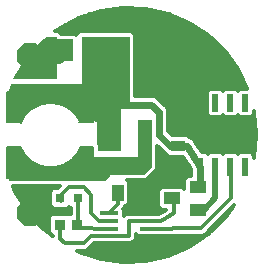
<source format=gtl>
G75*
%MOIN*%
%OFA0B0*%
%FSLAX25Y25*%
%IPPOS*%
%LPD*%
%AMOC8*
5,1,8,0,0,1.08239X$1,22.5*
%
%ADD10R,0.05118X0.03543*%
%ADD11R,0.02165X0.05906*%
%ADD12R,0.03937X0.05512*%
%ADD13C,0.00500*%
%ADD14C,0.00160*%
%ADD15R,0.05000X0.05000*%
%ADD16R,0.06299X0.07480*%
%ADD17R,0.03543X0.06299*%
%ADD18R,0.06299X0.01181*%
%ADD19R,0.03740X0.03740*%
%ADD20R,0.03150X0.03150*%
%ADD21R,0.05512X0.03937*%
%ADD22OC8,0.08600*%
%ADD23C,0.00300*%
%ADD24C,0.02400*%
%ADD25C,0.02778*%
%ADD26C,0.01200*%
%ADD27C,0.03762*%
%ADD28C,0.05000*%
%ADD29C,0.02000*%
D10*
X0062850Y0044110D03*
X0062850Y0051590D03*
D11*
X0070350Y0058480D03*
X0075350Y0058480D03*
X0080350Y0058480D03*
X0085350Y0058480D03*
X0085350Y0037220D03*
X0080350Y0037220D03*
X0075350Y0037220D03*
X0070350Y0037220D03*
D12*
X0050340Y0028519D03*
X0042860Y0028519D03*
X0046600Y0037181D03*
D13*
X0034720Y0037247D02*
X0024286Y0037247D01*
X0024282Y0037246D02*
X0025531Y0037682D01*
X0026691Y0038317D01*
X0027731Y0039134D01*
X0028623Y0040111D01*
X0029343Y0041221D01*
X0029871Y0042433D01*
X0030193Y0043716D01*
X0034720Y0043716D01*
X0034720Y0033480D01*
X0005980Y0033480D01*
X0005980Y0043716D01*
X0010507Y0043716D01*
X0010870Y0042459D01*
X0011424Y0041274D01*
X0012158Y0040190D01*
X0013051Y0039234D01*
X0014083Y0038430D01*
X0015229Y0037797D01*
X0016459Y0037351D01*
X0017744Y0037103D01*
X0019051Y0037059D01*
X0020350Y0037220D01*
X0021656Y0037012D01*
X0022979Y0037020D01*
X0024282Y0037246D01*
X0025647Y0037746D02*
X0034720Y0037746D01*
X0034720Y0038244D02*
X0026557Y0038244D01*
X0027232Y0038743D02*
X0034720Y0038743D01*
X0034720Y0039241D02*
X0027828Y0039241D01*
X0028284Y0039740D02*
X0034720Y0039740D01*
X0034720Y0040238D02*
X0028706Y0040238D01*
X0029029Y0040737D02*
X0034720Y0040737D01*
X0034720Y0041235D02*
X0029349Y0041235D01*
X0029566Y0041734D02*
X0034720Y0041734D01*
X0034720Y0042232D02*
X0029783Y0042232D01*
X0029945Y0042731D02*
X0034720Y0042731D01*
X0034720Y0043229D02*
X0030070Y0043229D01*
X0034720Y0036749D02*
X0005980Y0036749D01*
X0005980Y0037247D02*
X0016995Y0037247D01*
X0015369Y0037746D02*
X0005980Y0037746D01*
X0005980Y0038244D02*
X0014419Y0038244D01*
X0013681Y0038743D02*
X0005980Y0038743D01*
X0005980Y0039241D02*
X0013044Y0039241D01*
X0012578Y0039740D02*
X0005980Y0039740D01*
X0005980Y0040238D02*
X0012125Y0040238D01*
X0011787Y0040737D02*
X0005980Y0040737D01*
X0005980Y0041235D02*
X0011450Y0041235D01*
X0011209Y0041734D02*
X0005980Y0041734D01*
X0005980Y0042232D02*
X0010976Y0042232D01*
X0010791Y0042731D02*
X0005980Y0042731D01*
X0005980Y0043229D02*
X0010648Y0043229D01*
X0005980Y0036250D02*
X0034720Y0036250D01*
X0034720Y0035752D02*
X0005980Y0035752D01*
X0005980Y0035253D02*
X0034720Y0035253D01*
X0034720Y0034755D02*
X0005980Y0034755D01*
X0005980Y0034256D02*
X0034720Y0034256D01*
X0034720Y0033758D02*
X0005980Y0033758D01*
X0005980Y0051984D02*
X0005980Y0062220D01*
X0034720Y0062220D01*
X0034720Y0051984D01*
X0030193Y0051984D01*
X0029830Y0053241D01*
X0029276Y0054426D01*
X0028542Y0055510D01*
X0027649Y0056466D01*
X0026617Y0057270D01*
X0025471Y0057903D01*
X0024241Y0058349D01*
X0022956Y0058597D01*
X0021649Y0058641D01*
X0020350Y0058480D01*
X0019044Y0058688D01*
X0017721Y0058680D01*
X0016418Y0058454D01*
X0015169Y0058018D01*
X0014009Y0057383D01*
X0012969Y0056566D01*
X0012077Y0055589D01*
X0011357Y0054479D01*
X0010829Y0053267D01*
X0010507Y0051984D01*
X0005980Y0051984D01*
X0005980Y0052203D02*
X0010562Y0052203D01*
X0010687Y0052701D02*
X0005980Y0052701D01*
X0005980Y0053200D02*
X0010813Y0053200D01*
X0011017Y0053698D02*
X0005980Y0053698D01*
X0005980Y0054197D02*
X0011234Y0054197D01*
X0011497Y0054695D02*
X0005980Y0054695D01*
X0005980Y0055194D02*
X0011821Y0055194D01*
X0012171Y0055692D02*
X0005980Y0055692D01*
X0005980Y0056191D02*
X0012627Y0056191D01*
X0013127Y0056689D02*
X0005980Y0056689D01*
X0005980Y0057188D02*
X0013761Y0057188D01*
X0014564Y0057686D02*
X0005980Y0057686D01*
X0005980Y0058185D02*
X0015647Y0058185D01*
X0018277Y0058683D02*
X0005980Y0058683D01*
X0005980Y0059182D02*
X0034720Y0059182D01*
X0034720Y0059680D02*
X0005980Y0059680D01*
X0005980Y0060179D02*
X0034720Y0060179D01*
X0034720Y0060677D02*
X0005980Y0060677D01*
X0005980Y0061176D02*
X0034720Y0061176D01*
X0034720Y0061674D02*
X0005980Y0061674D01*
X0005980Y0062173D02*
X0034720Y0062173D01*
X0034720Y0058683D02*
X0019076Y0058683D01*
X0024695Y0058185D02*
X0034720Y0058185D01*
X0034720Y0057686D02*
X0025864Y0057686D01*
X0026723Y0057188D02*
X0034720Y0057188D01*
X0034720Y0056689D02*
X0027362Y0056689D01*
X0027906Y0056191D02*
X0034720Y0056191D01*
X0034720Y0055692D02*
X0028372Y0055692D01*
X0028757Y0055194D02*
X0034720Y0055194D01*
X0034720Y0054695D02*
X0029094Y0054695D01*
X0029383Y0054197D02*
X0034720Y0054197D01*
X0034720Y0053698D02*
X0029616Y0053698D01*
X0029842Y0053200D02*
X0034720Y0053200D01*
X0034720Y0052701D02*
X0029986Y0052701D01*
X0030129Y0052203D02*
X0034720Y0052203D01*
D14*
X0009246Y0043207D02*
X0010573Y0043765D01*
X0010678Y0043527D01*
X0010790Y0043292D01*
X0010906Y0043060D01*
X0011029Y0042831D01*
X0011157Y0042605D01*
X0011291Y0042382D01*
X0011430Y0042162D01*
X0011574Y0041946D01*
X0011724Y0041733D01*
X0011878Y0041524D01*
X0012038Y0041319D01*
X0012203Y0041118D01*
X0012372Y0040921D01*
X0012546Y0040728D01*
X0012725Y0040540D01*
X0012909Y0040356D01*
X0013097Y0040176D01*
X0013289Y0040001D01*
X0013486Y0039831D01*
X0013686Y0039666D01*
X0013891Y0039505D01*
X0014099Y0039350D01*
X0014311Y0039200D01*
X0014527Y0039054D01*
X0014746Y0038915D01*
X0014968Y0038780D01*
X0015194Y0038652D01*
X0015423Y0038528D01*
X0015655Y0038410D01*
X0015889Y0038298D01*
X0016126Y0038192D01*
X0016366Y0038092D01*
X0016608Y0037997D01*
X0016853Y0037908D01*
X0017099Y0037826D01*
X0017347Y0037749D01*
X0017598Y0037679D01*
X0017849Y0037614D01*
X0018103Y0037556D01*
X0018357Y0037504D01*
X0018613Y0037458D01*
X0018870Y0037418D01*
X0019128Y0037385D01*
X0019387Y0037358D01*
X0019646Y0037337D01*
X0019905Y0037323D01*
X0020165Y0037315D01*
X0020425Y0037313D01*
X0020685Y0037318D01*
X0020944Y0037329D01*
X0021204Y0037346D01*
X0021463Y0037370D01*
X0021721Y0037400D01*
X0021978Y0037436D01*
X0022235Y0037478D01*
X0022490Y0037527D01*
X0022744Y0037582D01*
X0022997Y0037643D01*
X0023248Y0037710D01*
X0023497Y0037784D01*
X0023745Y0037863D01*
X0023990Y0037949D01*
X0024233Y0038040D01*
X0024475Y0038137D01*
X0024713Y0038240D01*
X0024949Y0038349D01*
X0025182Y0038464D01*
X0025413Y0038584D01*
X0025640Y0038710D01*
X0025864Y0038842D01*
X0026085Y0038978D01*
X0026303Y0039121D01*
X0026517Y0039268D01*
X0026727Y0039421D01*
X0026934Y0039578D01*
X0027137Y0039741D01*
X0027335Y0039909D01*
X0027530Y0040081D01*
X0027720Y0040258D01*
X0027906Y0040440D01*
X0028088Y0040626D01*
X0028264Y0040817D01*
X0028437Y0041011D01*
X0028604Y0041210D01*
X0028766Y0041413D01*
X0028924Y0041620D01*
X0029076Y0041831D01*
X0029223Y0042045D01*
X0029365Y0042263D01*
X0029501Y0042484D01*
X0029633Y0042708D01*
X0029758Y0042936D01*
X0029878Y0043167D01*
X0029992Y0043400D01*
X0030101Y0043636D01*
X0030204Y0043875D01*
X0031537Y0043332D01*
X0031421Y0043060D01*
X0031298Y0042792D01*
X0031168Y0042527D01*
X0031032Y0042265D01*
X0030890Y0042006D01*
X0030741Y0041751D01*
X0030586Y0041499D01*
X0030425Y0041252D01*
X0030258Y0041008D01*
X0030085Y0040769D01*
X0029907Y0040534D01*
X0029722Y0040303D01*
X0029532Y0040077D01*
X0029337Y0039856D01*
X0029136Y0039639D01*
X0028930Y0039428D01*
X0028719Y0039221D01*
X0028503Y0039020D01*
X0028282Y0038824D01*
X0028057Y0038633D01*
X0027827Y0038448D01*
X0027592Y0038269D01*
X0027353Y0038096D01*
X0027110Y0037928D01*
X0026863Y0037766D01*
X0026612Y0037611D01*
X0026357Y0037461D01*
X0026099Y0037318D01*
X0025837Y0037181D01*
X0025572Y0037051D01*
X0025304Y0036927D01*
X0025033Y0036810D01*
X0024759Y0036699D01*
X0024483Y0036595D01*
X0024204Y0036498D01*
X0023923Y0036408D01*
X0023640Y0036325D01*
X0023355Y0036248D01*
X0023068Y0036179D01*
X0022779Y0036116D01*
X0022489Y0036061D01*
X0022198Y0036013D01*
X0021905Y0035971D01*
X0021612Y0035937D01*
X0021318Y0035911D01*
X0021023Y0035891D01*
X0020728Y0035878D01*
X0020433Y0035873D01*
X0020138Y0035875D01*
X0019843Y0035884D01*
X0019548Y0035901D01*
X0019253Y0035924D01*
X0018960Y0035955D01*
X0018667Y0035993D01*
X0018375Y0036038D01*
X0018084Y0036090D01*
X0017795Y0036149D01*
X0017507Y0036215D01*
X0017221Y0036289D01*
X0016937Y0036369D01*
X0016655Y0036456D01*
X0016375Y0036550D01*
X0016098Y0036651D01*
X0015823Y0036758D01*
X0015550Y0036872D01*
X0015281Y0036993D01*
X0015014Y0037121D01*
X0014751Y0037254D01*
X0014491Y0037395D01*
X0014235Y0037541D01*
X0013982Y0037694D01*
X0013733Y0037853D01*
X0013488Y0038018D01*
X0013248Y0038188D01*
X0013011Y0038365D01*
X0012779Y0038547D01*
X0012551Y0038735D01*
X0012328Y0038929D01*
X0012110Y0039128D01*
X0011896Y0039332D01*
X0011688Y0039541D01*
X0011485Y0039755D01*
X0011287Y0039975D01*
X0011095Y0040199D01*
X0010908Y0040427D01*
X0010726Y0040660D01*
X0010551Y0040898D01*
X0010381Y0041139D01*
X0010217Y0041385D01*
X0010060Y0041635D01*
X0009908Y0041888D01*
X0009763Y0042145D01*
X0009624Y0042406D01*
X0009491Y0042669D01*
X0009365Y0042936D01*
X0009245Y0043206D01*
X0009385Y0043265D01*
X0009503Y0042998D01*
X0009627Y0042735D01*
X0009758Y0042474D01*
X0009896Y0042217D01*
X0010039Y0041963D01*
X0010189Y0041713D01*
X0010344Y0041466D01*
X0010506Y0041224D01*
X0010674Y0040985D01*
X0010847Y0040751D01*
X0011026Y0040521D01*
X0011211Y0040295D01*
X0011401Y0040074D01*
X0011596Y0039857D01*
X0011797Y0039646D01*
X0012002Y0039439D01*
X0012213Y0039238D01*
X0012429Y0039041D01*
X0012649Y0038850D01*
X0012874Y0038665D01*
X0013103Y0038485D01*
X0013337Y0038310D01*
X0013575Y0038142D01*
X0013817Y0037979D01*
X0014062Y0037822D01*
X0014312Y0037671D01*
X0014565Y0037526D01*
X0014822Y0037388D01*
X0015082Y0037256D01*
X0015345Y0037130D01*
X0015611Y0037011D01*
X0015880Y0036898D01*
X0016151Y0036792D01*
X0016425Y0036692D01*
X0016702Y0036600D01*
X0016980Y0036514D01*
X0017261Y0036434D01*
X0017543Y0036362D01*
X0017827Y0036297D01*
X0018113Y0036238D01*
X0018400Y0036187D01*
X0018688Y0036142D01*
X0018977Y0036105D01*
X0019267Y0036075D01*
X0019558Y0036051D01*
X0019849Y0036035D01*
X0020141Y0036026D01*
X0020432Y0036024D01*
X0020724Y0036029D01*
X0021015Y0036042D01*
X0021306Y0036061D01*
X0021596Y0036088D01*
X0021886Y0036121D01*
X0022175Y0036162D01*
X0022462Y0036210D01*
X0022749Y0036264D01*
X0023034Y0036326D01*
X0023317Y0036394D01*
X0023599Y0036470D01*
X0023878Y0036552D01*
X0024156Y0036641D01*
X0024431Y0036737D01*
X0024704Y0036840D01*
X0024975Y0036949D01*
X0025242Y0037065D01*
X0025507Y0037187D01*
X0025768Y0037316D01*
X0026027Y0037451D01*
X0026282Y0037592D01*
X0026533Y0037740D01*
X0026781Y0037893D01*
X0027025Y0038053D01*
X0027265Y0038218D01*
X0027501Y0038390D01*
X0027733Y0038567D01*
X0027960Y0038749D01*
X0028183Y0038938D01*
X0028401Y0039131D01*
X0028614Y0039330D01*
X0028823Y0039534D01*
X0029026Y0039743D01*
X0029224Y0039956D01*
X0029417Y0040175D01*
X0029605Y0040398D01*
X0029787Y0040626D01*
X0029963Y0040858D01*
X0030134Y0041095D01*
X0030299Y0041335D01*
X0030458Y0041579D01*
X0030611Y0041828D01*
X0030758Y0042080D01*
X0030898Y0042335D01*
X0031033Y0042594D01*
X0031161Y0042856D01*
X0031282Y0043121D01*
X0031398Y0043389D01*
X0031258Y0043446D01*
X0031144Y0043181D01*
X0031024Y0042919D01*
X0030898Y0042661D01*
X0030765Y0042405D01*
X0030626Y0042153D01*
X0030481Y0041905D01*
X0030330Y0041660D01*
X0030173Y0041418D01*
X0030010Y0041181D01*
X0029842Y0040947D01*
X0029667Y0040718D01*
X0029488Y0040493D01*
X0029302Y0040273D01*
X0029112Y0040057D01*
X0028916Y0039846D01*
X0028715Y0039640D01*
X0028510Y0039439D01*
X0028299Y0039242D01*
X0028084Y0039051D01*
X0027864Y0038866D01*
X0027639Y0038685D01*
X0027411Y0038511D01*
X0027178Y0038341D01*
X0026941Y0038178D01*
X0026700Y0038020D01*
X0026455Y0037869D01*
X0026207Y0037723D01*
X0025955Y0037584D01*
X0025700Y0037450D01*
X0025442Y0037323D01*
X0025180Y0037203D01*
X0024916Y0037088D01*
X0024649Y0036981D01*
X0024380Y0036879D01*
X0024108Y0036785D01*
X0023834Y0036697D01*
X0023558Y0036615D01*
X0023279Y0036541D01*
X0023000Y0036473D01*
X0022718Y0036412D01*
X0022436Y0036358D01*
X0022152Y0036311D01*
X0021867Y0036271D01*
X0021581Y0036238D01*
X0021294Y0036212D01*
X0021007Y0036192D01*
X0020719Y0036180D01*
X0020431Y0036175D01*
X0020143Y0036177D01*
X0019856Y0036186D01*
X0019568Y0036202D01*
X0019281Y0036225D01*
X0018995Y0036255D01*
X0018710Y0036292D01*
X0018425Y0036336D01*
X0018142Y0036386D01*
X0017860Y0036444D01*
X0017579Y0036509D01*
X0017300Y0036580D01*
X0017023Y0036658D01*
X0016748Y0036743D01*
X0016475Y0036835D01*
X0016205Y0036933D01*
X0015937Y0037038D01*
X0015671Y0037149D01*
X0015408Y0037267D01*
X0015149Y0037391D01*
X0014892Y0037522D01*
X0014639Y0037658D01*
X0014389Y0037801D01*
X0014142Y0037950D01*
X0013900Y0038105D01*
X0013661Y0038265D01*
X0013426Y0038432D01*
X0013195Y0038604D01*
X0012969Y0038782D01*
X0012747Y0038965D01*
X0012529Y0039154D01*
X0012317Y0039348D01*
X0012109Y0039547D01*
X0011906Y0039751D01*
X0011707Y0039959D01*
X0011515Y0040173D01*
X0011327Y0040391D01*
X0011145Y0040614D01*
X0010968Y0040841D01*
X0010797Y0041073D01*
X0010631Y0041308D01*
X0010472Y0041548D01*
X0010318Y0041791D01*
X0010170Y0042038D01*
X0010028Y0042289D01*
X0009893Y0042543D01*
X0009763Y0042800D01*
X0009640Y0043060D01*
X0009524Y0043323D01*
X0009663Y0043382D01*
X0009778Y0043122D01*
X0009900Y0042865D01*
X0010027Y0042611D01*
X0010161Y0042361D01*
X0010301Y0042113D01*
X0010447Y0041870D01*
X0010599Y0041629D01*
X0010756Y0041393D01*
X0010920Y0041160D01*
X0011089Y0040932D01*
X0011263Y0040708D01*
X0011443Y0040488D01*
X0011628Y0040272D01*
X0011819Y0040061D01*
X0012014Y0039855D01*
X0012215Y0039654D01*
X0012420Y0039458D01*
X0012630Y0039266D01*
X0012845Y0039080D01*
X0013064Y0038899D01*
X0013288Y0038724D01*
X0013515Y0038554D01*
X0013747Y0038389D01*
X0013983Y0038231D01*
X0014223Y0038078D01*
X0014466Y0037931D01*
X0014712Y0037790D01*
X0014963Y0037655D01*
X0015216Y0037526D01*
X0015472Y0037404D01*
X0015732Y0037288D01*
X0015994Y0037178D01*
X0016258Y0037074D01*
X0016525Y0036977D01*
X0016795Y0036887D01*
X0017066Y0036803D01*
X0017340Y0036726D01*
X0017615Y0036655D01*
X0017892Y0036592D01*
X0018170Y0036535D01*
X0018450Y0036485D01*
X0018731Y0036441D01*
X0019013Y0036405D01*
X0019295Y0036375D01*
X0019579Y0036353D01*
X0019862Y0036337D01*
X0020146Y0036328D01*
X0020430Y0036326D01*
X0020715Y0036331D01*
X0020998Y0036343D01*
X0021282Y0036362D01*
X0021565Y0036388D01*
X0021847Y0036421D01*
X0022129Y0036460D01*
X0022409Y0036507D01*
X0022688Y0036560D01*
X0022966Y0036620D01*
X0023242Y0036687D01*
X0023516Y0036761D01*
X0023789Y0036841D01*
X0024060Y0036928D01*
X0024328Y0037021D01*
X0024594Y0037121D01*
X0024857Y0037228D01*
X0025118Y0037340D01*
X0025376Y0037459D01*
X0025631Y0037585D01*
X0025883Y0037716D01*
X0026132Y0037854D01*
X0026377Y0037998D01*
X0026618Y0038148D01*
X0026856Y0038303D01*
X0027090Y0038464D01*
X0027320Y0038631D01*
X0027546Y0038804D01*
X0027767Y0038982D01*
X0027984Y0039165D01*
X0028197Y0039354D01*
X0028405Y0039547D01*
X0028608Y0039746D01*
X0028806Y0039950D01*
X0029000Y0040158D01*
X0029188Y0040371D01*
X0029370Y0040589D01*
X0029548Y0040810D01*
X0029720Y0041037D01*
X0029886Y0041267D01*
X0030047Y0041501D01*
X0030202Y0041740D01*
X0030351Y0041981D01*
X0030494Y0042227D01*
X0030631Y0042476D01*
X0030762Y0042728D01*
X0030887Y0042983D01*
X0031006Y0043241D01*
X0031118Y0043503D01*
X0030978Y0043560D01*
X0030867Y0043302D01*
X0030750Y0043047D01*
X0030627Y0042795D01*
X0030498Y0042546D01*
X0030362Y0042301D01*
X0030221Y0042058D01*
X0030074Y0041820D01*
X0029921Y0041585D01*
X0029762Y0041353D01*
X0029598Y0041126D01*
X0029428Y0040903D01*
X0029253Y0040684D01*
X0029073Y0040469D01*
X0028887Y0040259D01*
X0028696Y0040053D01*
X0028501Y0039852D01*
X0028300Y0039656D01*
X0028095Y0039465D01*
X0027885Y0039279D01*
X0027671Y0039098D01*
X0027452Y0038922D01*
X0027229Y0038752D01*
X0027002Y0038587D01*
X0026771Y0038428D01*
X0026537Y0038275D01*
X0026298Y0038127D01*
X0026056Y0037985D01*
X0025811Y0037849D01*
X0025562Y0037719D01*
X0025311Y0037596D01*
X0025056Y0037478D01*
X0024799Y0037367D01*
X0024539Y0037262D01*
X0024276Y0037163D01*
X0024011Y0037071D01*
X0023744Y0036985D01*
X0023475Y0036906D01*
X0023204Y0036833D01*
X0022932Y0036767D01*
X0022658Y0036708D01*
X0022382Y0036655D01*
X0022106Y0036610D01*
X0021828Y0036570D01*
X0021549Y0036538D01*
X0021270Y0036513D01*
X0020990Y0036494D01*
X0020710Y0036482D01*
X0020430Y0036477D01*
X0020149Y0036479D01*
X0019869Y0036488D01*
X0019589Y0036503D01*
X0019309Y0036526D01*
X0019030Y0036555D01*
X0018752Y0036591D01*
X0018475Y0036633D01*
X0018199Y0036683D01*
X0017924Y0036739D01*
X0017651Y0036802D01*
X0017379Y0036872D01*
X0017109Y0036948D01*
X0016841Y0037031D01*
X0016575Y0037120D01*
X0016312Y0037215D01*
X0016051Y0037318D01*
X0015792Y0037426D01*
X0015536Y0037541D01*
X0015283Y0037662D01*
X0015033Y0037789D01*
X0014786Y0037922D01*
X0014543Y0038061D01*
X0014303Y0038206D01*
X0014066Y0038357D01*
X0013833Y0038513D01*
X0013605Y0038676D01*
X0013380Y0038843D01*
X0013159Y0039016D01*
X0012943Y0039195D01*
X0012731Y0039379D01*
X0012524Y0039567D01*
X0012321Y0039761D01*
X0012123Y0039960D01*
X0011930Y0040163D01*
X0011742Y0040372D01*
X0011559Y0040584D01*
X0011382Y0040801D01*
X0011209Y0041023D01*
X0011043Y0041248D01*
X0010881Y0041478D01*
X0010726Y0041711D01*
X0010576Y0041948D01*
X0010432Y0042189D01*
X0010294Y0042433D01*
X0010162Y0042680D01*
X0010036Y0042931D01*
X0009916Y0043184D01*
X0009802Y0043441D01*
X0009941Y0043499D01*
X0010054Y0043246D01*
X0010172Y0042996D01*
X0010296Y0042749D01*
X0010427Y0042505D01*
X0010563Y0042264D01*
X0010705Y0042026D01*
X0010853Y0041792D01*
X0011007Y0041562D01*
X0011166Y0041336D01*
X0011330Y0041113D01*
X0011500Y0040895D01*
X0011676Y0040681D01*
X0011856Y0040471D01*
X0012041Y0040265D01*
X0012232Y0040065D01*
X0012427Y0039869D01*
X0012627Y0039677D01*
X0012832Y0039491D01*
X0013041Y0039310D01*
X0013254Y0039134D01*
X0013472Y0038963D01*
X0013694Y0038797D01*
X0013920Y0038637D01*
X0014149Y0038483D01*
X0014383Y0038334D01*
X0014620Y0038191D01*
X0014860Y0038054D01*
X0015103Y0037922D01*
X0015350Y0037797D01*
X0015600Y0037678D01*
X0015852Y0037564D01*
X0016108Y0037457D01*
X0016365Y0037357D01*
X0016625Y0037262D01*
X0016888Y0037174D01*
X0017152Y0037093D01*
X0017419Y0037017D01*
X0017687Y0036949D01*
X0017956Y0036887D01*
X0018228Y0036831D01*
X0018500Y0036782D01*
X0018773Y0036740D01*
X0019048Y0036705D01*
X0019323Y0036676D01*
X0019599Y0036654D01*
X0019875Y0036639D01*
X0020152Y0036630D01*
X0020429Y0036628D01*
X0020705Y0036633D01*
X0020982Y0036645D01*
X0021258Y0036663D01*
X0021534Y0036688D01*
X0021809Y0036720D01*
X0022083Y0036759D01*
X0022356Y0036804D01*
X0022627Y0036856D01*
X0022898Y0036914D01*
X0023167Y0036980D01*
X0023434Y0037051D01*
X0023700Y0037129D01*
X0023963Y0037214D01*
X0024225Y0037305D01*
X0024484Y0037402D01*
X0024740Y0037506D01*
X0024994Y0037616D01*
X0025245Y0037732D01*
X0025494Y0037854D01*
X0025739Y0037982D01*
X0025981Y0038116D01*
X0026220Y0038256D01*
X0026455Y0038402D01*
X0026687Y0038553D01*
X0026915Y0038710D01*
X0027139Y0038873D01*
X0027359Y0039041D01*
X0027574Y0039214D01*
X0027786Y0039393D01*
X0027993Y0039576D01*
X0028195Y0039765D01*
X0028393Y0039958D01*
X0028586Y0040157D01*
X0028775Y0040359D01*
X0028958Y0040567D01*
X0029136Y0040779D01*
X0029309Y0040995D01*
X0029476Y0041215D01*
X0029638Y0041440D01*
X0029795Y0041668D01*
X0029946Y0041900D01*
X0030091Y0042135D01*
X0030231Y0042374D01*
X0030364Y0042617D01*
X0030492Y0042862D01*
X0030613Y0043111D01*
X0030729Y0043362D01*
X0030838Y0043616D01*
X0030698Y0043673D01*
X0030590Y0043423D01*
X0030476Y0043175D01*
X0030356Y0042929D01*
X0030231Y0042687D01*
X0030099Y0042448D01*
X0029961Y0042212D01*
X0029818Y0041980D01*
X0029669Y0041751D01*
X0029514Y0041526D01*
X0029354Y0041304D01*
X0029189Y0041087D01*
X0029019Y0040874D01*
X0028843Y0040665D01*
X0028662Y0040460D01*
X0028476Y0040260D01*
X0028286Y0040064D01*
X0028091Y0039874D01*
X0027891Y0039688D01*
X0027687Y0039506D01*
X0027478Y0039330D01*
X0027265Y0039159D01*
X0027048Y0038994D01*
X0026827Y0038833D01*
X0026602Y0038678D01*
X0026374Y0038529D01*
X0026142Y0038385D01*
X0025906Y0038247D01*
X0025667Y0038115D01*
X0025425Y0037988D01*
X0025180Y0037868D01*
X0024932Y0037753D01*
X0024682Y0037645D01*
X0024428Y0037543D01*
X0024173Y0037447D01*
X0023915Y0037357D01*
X0023655Y0037274D01*
X0023393Y0037196D01*
X0023129Y0037126D01*
X0022864Y0037062D01*
X0022597Y0037004D01*
X0022329Y0036953D01*
X0022060Y0036908D01*
X0021789Y0036870D01*
X0021518Y0036839D01*
X0021246Y0036814D01*
X0020974Y0036796D01*
X0020701Y0036784D01*
X0020428Y0036779D01*
X0020155Y0036781D01*
X0019882Y0036789D01*
X0019609Y0036805D01*
X0019337Y0036826D01*
X0019066Y0036855D01*
X0018795Y0036890D01*
X0018525Y0036931D01*
X0018256Y0036979D01*
X0017989Y0037034D01*
X0017723Y0037095D01*
X0017458Y0037163D01*
X0017195Y0037237D01*
X0016934Y0037318D01*
X0016676Y0037405D01*
X0016419Y0037498D01*
X0016165Y0037597D01*
X0015913Y0037703D01*
X0015664Y0037814D01*
X0015417Y0037932D01*
X0015174Y0038056D01*
X0014934Y0038185D01*
X0014696Y0038321D01*
X0014463Y0038462D01*
X0014233Y0038609D01*
X0014006Y0038761D01*
X0013783Y0038919D01*
X0013564Y0039082D01*
X0013350Y0039251D01*
X0013139Y0039425D01*
X0012933Y0039603D01*
X0012731Y0039787D01*
X0012533Y0039976D01*
X0012341Y0040169D01*
X0012153Y0040368D01*
X0011970Y0040570D01*
X0011792Y0040777D01*
X0011619Y0040988D01*
X0011451Y0041204D01*
X0011289Y0041423D01*
X0011132Y0041647D01*
X0010980Y0041874D01*
X0010834Y0042105D01*
X0010694Y0042339D01*
X0010559Y0042577D01*
X0010431Y0042817D01*
X0010308Y0043061D01*
X0010191Y0043308D01*
X0010081Y0043558D01*
X0010220Y0043616D01*
X0010329Y0043370D01*
X0010444Y0043127D01*
X0010565Y0042886D01*
X0010692Y0042648D01*
X0010825Y0042414D01*
X0010963Y0042183D01*
X0011107Y0041955D01*
X0011257Y0041731D01*
X0011412Y0041511D01*
X0011572Y0041294D01*
X0011737Y0041082D01*
X0011908Y0040874D01*
X0012084Y0040669D01*
X0012264Y0040470D01*
X0012449Y0040274D01*
X0012640Y0040083D01*
X0012834Y0039897D01*
X0013033Y0039716D01*
X0013237Y0039540D01*
X0013445Y0039368D01*
X0013657Y0039202D01*
X0013873Y0039041D01*
X0014092Y0038885D01*
X0014316Y0038735D01*
X0014543Y0038590D01*
X0014773Y0038451D01*
X0015007Y0038317D01*
X0015244Y0038189D01*
X0015484Y0038067D01*
X0015727Y0037951D01*
X0015973Y0037841D01*
X0016222Y0037737D01*
X0016472Y0037639D01*
X0016726Y0037547D01*
X0016981Y0037461D01*
X0017238Y0037382D01*
X0017498Y0037309D01*
X0017758Y0037242D01*
X0018021Y0037182D01*
X0018285Y0037128D01*
X0018550Y0037080D01*
X0018816Y0037039D01*
X0019083Y0037005D01*
X0019351Y0036977D01*
X0019620Y0036955D01*
X0019888Y0036940D01*
X0020158Y0036932D01*
X0020427Y0036930D01*
X0020696Y0036935D01*
X0020965Y0036946D01*
X0021234Y0036964D01*
X0021502Y0036989D01*
X0021770Y0037020D01*
X0022037Y0037057D01*
X0022302Y0037101D01*
X0022567Y0037152D01*
X0022830Y0037209D01*
X0023092Y0037272D01*
X0023352Y0037342D01*
X0023610Y0037418D01*
X0023867Y0037500D01*
X0024121Y0037589D01*
X0024373Y0037683D01*
X0024623Y0037784D01*
X0024870Y0037891D01*
X0025115Y0038004D01*
X0025357Y0038123D01*
X0025595Y0038248D01*
X0025831Y0038378D01*
X0026063Y0038514D01*
X0026292Y0038656D01*
X0026518Y0038803D01*
X0026739Y0038956D01*
X0026957Y0039114D01*
X0027171Y0039278D01*
X0027381Y0039446D01*
X0027587Y0039620D01*
X0027789Y0039799D01*
X0027986Y0039982D01*
X0028179Y0040171D01*
X0028366Y0040364D01*
X0028550Y0040561D01*
X0028728Y0040763D01*
X0028901Y0040969D01*
X0029070Y0041179D01*
X0029233Y0041394D01*
X0029390Y0041612D01*
X0029543Y0041834D01*
X0029690Y0042060D01*
X0029831Y0042289D01*
X0029967Y0042522D01*
X0030097Y0042757D01*
X0030221Y0042996D01*
X0030340Y0043238D01*
X0030452Y0043483D01*
X0030559Y0043730D01*
X0030419Y0043787D01*
X0030314Y0043543D01*
X0030203Y0043302D01*
X0030086Y0043064D01*
X0029963Y0042828D01*
X0029835Y0042595D01*
X0029701Y0042366D01*
X0029562Y0042140D01*
X0029417Y0041917D01*
X0029266Y0041698D01*
X0029111Y0041483D01*
X0028950Y0041272D01*
X0028784Y0041064D01*
X0028613Y0040861D01*
X0028437Y0040662D01*
X0028257Y0040467D01*
X0028071Y0040277D01*
X0027881Y0040091D01*
X0027687Y0039910D01*
X0027488Y0039734D01*
X0027285Y0039563D01*
X0027078Y0039396D01*
X0026867Y0039235D01*
X0026652Y0039079D01*
X0026433Y0038928D01*
X0026211Y0038783D01*
X0025985Y0038643D01*
X0025756Y0038509D01*
X0025523Y0038380D01*
X0025288Y0038257D01*
X0025049Y0038140D01*
X0024808Y0038029D01*
X0024565Y0037923D01*
X0024318Y0037824D01*
X0024070Y0037731D01*
X0023819Y0037643D01*
X0023566Y0037562D01*
X0023311Y0037487D01*
X0023054Y0037418D01*
X0022796Y0037356D01*
X0022537Y0037300D01*
X0022276Y0037250D01*
X0022014Y0037207D01*
X0021751Y0037170D01*
X0021487Y0037139D01*
X0021222Y0037115D01*
X0020957Y0037097D01*
X0020692Y0037086D01*
X0020426Y0037081D01*
X0020161Y0037083D01*
X0019895Y0037091D01*
X0019630Y0037106D01*
X0019365Y0037127D01*
X0019101Y0037155D01*
X0018837Y0037189D01*
X0018575Y0037229D01*
X0018313Y0037276D01*
X0018053Y0037329D01*
X0017794Y0037389D01*
X0017537Y0037455D01*
X0017281Y0037527D01*
X0017028Y0037605D01*
X0016776Y0037690D01*
X0016526Y0037780D01*
X0016279Y0037877D01*
X0016034Y0037980D01*
X0015791Y0038088D01*
X0015552Y0038203D01*
X0015315Y0038323D01*
X0015081Y0038449D01*
X0014850Y0038581D01*
X0014623Y0038718D01*
X0014399Y0038861D01*
X0014179Y0039009D01*
X0013962Y0039163D01*
X0013749Y0039321D01*
X0013540Y0039485D01*
X0013335Y0039654D01*
X0013134Y0039828D01*
X0012938Y0040007D01*
X0012746Y0040191D01*
X0012558Y0040379D01*
X0012375Y0040572D01*
X0012197Y0040769D01*
X0012024Y0040970D01*
X0011856Y0041176D01*
X0011693Y0041385D01*
X0011535Y0041599D01*
X0011382Y0041816D01*
X0011234Y0042037D01*
X0011092Y0042261D01*
X0010956Y0042489D01*
X0010825Y0042720D01*
X0010700Y0042955D01*
X0010580Y0043192D01*
X0010467Y0043432D01*
X0010359Y0043675D01*
X0010498Y0043733D01*
X0010604Y0043494D01*
X0010716Y0043257D01*
X0010834Y0043023D01*
X0010958Y0042792D01*
X0011087Y0042564D01*
X0011221Y0042340D01*
X0011362Y0042118D01*
X0011507Y0041900D01*
X0011658Y0041686D01*
X0011813Y0041476D01*
X0011974Y0041269D01*
X0012140Y0041066D01*
X0012311Y0040868D01*
X0012487Y0040674D01*
X0012667Y0040484D01*
X0012852Y0040298D01*
X0013041Y0040117D01*
X0013235Y0039941D01*
X0013433Y0039769D01*
X0013635Y0039603D01*
X0013841Y0039441D01*
X0014051Y0039284D01*
X0014265Y0039133D01*
X0014482Y0038987D01*
X0014703Y0038846D01*
X0014927Y0038711D01*
X0015155Y0038581D01*
X0015385Y0038457D01*
X0015619Y0038338D01*
X0015855Y0038225D01*
X0016094Y0038118D01*
X0016336Y0038017D01*
X0016580Y0037921D01*
X0016826Y0037832D01*
X0017074Y0037749D01*
X0017324Y0037671D01*
X0017576Y0037600D01*
X0017830Y0037535D01*
X0018085Y0037477D01*
X0018342Y0037424D01*
X0018600Y0037378D01*
X0018859Y0037338D01*
X0019119Y0037305D01*
X0019379Y0037277D01*
X0019640Y0037256D01*
X0019902Y0037242D01*
X0020163Y0037234D01*
X0020425Y0037232D01*
X0020687Y0037237D01*
X0020949Y0037248D01*
X0021210Y0037265D01*
X0021471Y0037289D01*
X0021731Y0037319D01*
X0021991Y0037356D01*
X0022249Y0037399D01*
X0022506Y0037448D01*
X0022762Y0037503D01*
X0023017Y0037565D01*
X0023270Y0037632D01*
X0023521Y0037706D01*
X0023771Y0037786D01*
X0024018Y0037872D01*
X0024263Y0037965D01*
X0024506Y0038063D01*
X0024746Y0038167D01*
X0024984Y0038276D01*
X0025219Y0038392D01*
X0025451Y0038513D01*
X0025681Y0038640D01*
X0025906Y0038772D01*
X0026129Y0038910D01*
X0026348Y0039054D01*
X0026564Y0039202D01*
X0026776Y0039356D01*
X0026984Y0039515D01*
X0027189Y0039679D01*
X0027389Y0039848D01*
X0027585Y0040021D01*
X0027776Y0040200D01*
X0027964Y0040383D01*
X0028147Y0040571D01*
X0028325Y0040763D01*
X0028498Y0040959D01*
X0028667Y0041159D01*
X0028830Y0041364D01*
X0028989Y0041572D01*
X0029142Y0041784D01*
X0029291Y0042000D01*
X0029434Y0042220D01*
X0029571Y0042443D01*
X0029703Y0042669D01*
X0029830Y0042898D01*
X0029951Y0043131D01*
X0030066Y0043366D01*
X0030175Y0043604D01*
X0030279Y0043844D01*
X0031454Y0052493D02*
X0030127Y0051935D01*
X0030022Y0052173D01*
X0029910Y0052408D01*
X0029794Y0052640D01*
X0029671Y0052869D01*
X0029543Y0053095D01*
X0029409Y0053318D01*
X0029270Y0053538D01*
X0029126Y0053754D01*
X0028976Y0053967D01*
X0028822Y0054176D01*
X0028662Y0054381D01*
X0028497Y0054582D01*
X0028328Y0054779D01*
X0028154Y0054972D01*
X0027975Y0055160D01*
X0027791Y0055344D01*
X0027603Y0055524D01*
X0027411Y0055699D01*
X0027214Y0055869D01*
X0027014Y0056034D01*
X0026809Y0056195D01*
X0026601Y0056350D01*
X0026389Y0056500D01*
X0026173Y0056646D01*
X0025954Y0056785D01*
X0025732Y0056920D01*
X0025506Y0057048D01*
X0025277Y0057172D01*
X0025045Y0057290D01*
X0024811Y0057402D01*
X0024574Y0057508D01*
X0024334Y0057608D01*
X0024092Y0057703D01*
X0023847Y0057792D01*
X0023601Y0057874D01*
X0023353Y0057951D01*
X0023102Y0058021D01*
X0022851Y0058086D01*
X0022597Y0058144D01*
X0022343Y0058196D01*
X0022087Y0058242D01*
X0021830Y0058282D01*
X0021572Y0058315D01*
X0021313Y0058342D01*
X0021054Y0058363D01*
X0020795Y0058377D01*
X0020535Y0058385D01*
X0020275Y0058387D01*
X0020015Y0058382D01*
X0019756Y0058371D01*
X0019496Y0058354D01*
X0019237Y0058330D01*
X0018979Y0058300D01*
X0018722Y0058264D01*
X0018465Y0058222D01*
X0018210Y0058173D01*
X0017956Y0058118D01*
X0017703Y0058057D01*
X0017452Y0057990D01*
X0017203Y0057916D01*
X0016955Y0057837D01*
X0016710Y0057751D01*
X0016467Y0057660D01*
X0016225Y0057563D01*
X0015987Y0057460D01*
X0015751Y0057351D01*
X0015518Y0057236D01*
X0015287Y0057116D01*
X0015060Y0056990D01*
X0014836Y0056858D01*
X0014615Y0056722D01*
X0014397Y0056579D01*
X0014183Y0056432D01*
X0013973Y0056279D01*
X0013766Y0056122D01*
X0013563Y0055959D01*
X0013365Y0055791D01*
X0013170Y0055619D01*
X0012980Y0055442D01*
X0012794Y0055260D01*
X0012612Y0055074D01*
X0012436Y0054883D01*
X0012263Y0054689D01*
X0012096Y0054490D01*
X0011934Y0054287D01*
X0011776Y0054080D01*
X0011624Y0053869D01*
X0011477Y0053655D01*
X0011335Y0053437D01*
X0011199Y0053216D01*
X0011067Y0052992D01*
X0010942Y0052764D01*
X0010822Y0052533D01*
X0010708Y0052300D01*
X0010599Y0052064D01*
X0010496Y0051825D01*
X0009163Y0052368D01*
X0009279Y0052640D01*
X0009402Y0052908D01*
X0009532Y0053173D01*
X0009668Y0053435D01*
X0009810Y0053694D01*
X0009959Y0053949D01*
X0010114Y0054201D01*
X0010275Y0054448D01*
X0010442Y0054692D01*
X0010615Y0054931D01*
X0010793Y0055166D01*
X0010978Y0055397D01*
X0011168Y0055623D01*
X0011363Y0055844D01*
X0011564Y0056061D01*
X0011770Y0056272D01*
X0011981Y0056479D01*
X0012197Y0056680D01*
X0012418Y0056876D01*
X0012643Y0057067D01*
X0012873Y0057252D01*
X0013108Y0057431D01*
X0013347Y0057604D01*
X0013590Y0057772D01*
X0013837Y0057934D01*
X0014088Y0058089D01*
X0014343Y0058239D01*
X0014601Y0058382D01*
X0014863Y0058519D01*
X0015128Y0058649D01*
X0015396Y0058773D01*
X0015667Y0058890D01*
X0015941Y0059001D01*
X0016217Y0059105D01*
X0016496Y0059202D01*
X0016777Y0059292D01*
X0017060Y0059375D01*
X0017345Y0059452D01*
X0017632Y0059521D01*
X0017921Y0059584D01*
X0018211Y0059639D01*
X0018502Y0059687D01*
X0018795Y0059729D01*
X0019088Y0059763D01*
X0019382Y0059789D01*
X0019677Y0059809D01*
X0019972Y0059822D01*
X0020267Y0059827D01*
X0020562Y0059825D01*
X0020857Y0059816D01*
X0021152Y0059799D01*
X0021447Y0059776D01*
X0021740Y0059745D01*
X0022033Y0059707D01*
X0022325Y0059662D01*
X0022616Y0059610D01*
X0022905Y0059551D01*
X0023193Y0059485D01*
X0023479Y0059411D01*
X0023763Y0059331D01*
X0024045Y0059244D01*
X0024325Y0059150D01*
X0024602Y0059049D01*
X0024877Y0058942D01*
X0025150Y0058828D01*
X0025419Y0058707D01*
X0025686Y0058579D01*
X0025949Y0058446D01*
X0026209Y0058305D01*
X0026465Y0058159D01*
X0026718Y0058006D01*
X0026967Y0057847D01*
X0027212Y0057682D01*
X0027452Y0057512D01*
X0027689Y0057335D01*
X0027921Y0057153D01*
X0028149Y0056965D01*
X0028372Y0056771D01*
X0028590Y0056572D01*
X0028804Y0056368D01*
X0029012Y0056159D01*
X0029215Y0055945D01*
X0029413Y0055725D01*
X0029605Y0055501D01*
X0029792Y0055273D01*
X0029974Y0055040D01*
X0030149Y0054802D01*
X0030319Y0054561D01*
X0030483Y0054315D01*
X0030640Y0054065D01*
X0030792Y0053812D01*
X0030937Y0053555D01*
X0031076Y0053294D01*
X0031209Y0053031D01*
X0031335Y0052764D01*
X0031455Y0052494D01*
X0031315Y0052435D01*
X0031197Y0052702D01*
X0031073Y0052965D01*
X0030942Y0053226D01*
X0030804Y0053483D01*
X0030661Y0053737D01*
X0030511Y0053987D01*
X0030356Y0054234D01*
X0030194Y0054476D01*
X0030026Y0054715D01*
X0029853Y0054949D01*
X0029674Y0055179D01*
X0029489Y0055405D01*
X0029299Y0055626D01*
X0029104Y0055843D01*
X0028903Y0056054D01*
X0028698Y0056261D01*
X0028487Y0056462D01*
X0028271Y0056659D01*
X0028051Y0056850D01*
X0027826Y0057035D01*
X0027597Y0057215D01*
X0027363Y0057390D01*
X0027125Y0057558D01*
X0026883Y0057721D01*
X0026638Y0057878D01*
X0026388Y0058029D01*
X0026135Y0058174D01*
X0025878Y0058312D01*
X0025618Y0058444D01*
X0025355Y0058570D01*
X0025089Y0058689D01*
X0024820Y0058802D01*
X0024549Y0058908D01*
X0024275Y0059008D01*
X0023998Y0059100D01*
X0023720Y0059186D01*
X0023439Y0059266D01*
X0023157Y0059338D01*
X0022873Y0059403D01*
X0022587Y0059462D01*
X0022300Y0059513D01*
X0022012Y0059558D01*
X0021723Y0059595D01*
X0021433Y0059625D01*
X0021142Y0059649D01*
X0020851Y0059665D01*
X0020559Y0059674D01*
X0020268Y0059676D01*
X0019976Y0059671D01*
X0019685Y0059658D01*
X0019394Y0059639D01*
X0019104Y0059612D01*
X0018814Y0059579D01*
X0018525Y0059538D01*
X0018238Y0059490D01*
X0017951Y0059436D01*
X0017666Y0059374D01*
X0017383Y0059306D01*
X0017101Y0059230D01*
X0016822Y0059148D01*
X0016544Y0059059D01*
X0016269Y0058963D01*
X0015996Y0058860D01*
X0015725Y0058751D01*
X0015458Y0058635D01*
X0015193Y0058513D01*
X0014932Y0058384D01*
X0014673Y0058249D01*
X0014418Y0058108D01*
X0014167Y0057960D01*
X0013919Y0057807D01*
X0013675Y0057647D01*
X0013435Y0057482D01*
X0013199Y0057310D01*
X0012967Y0057133D01*
X0012740Y0056951D01*
X0012517Y0056762D01*
X0012299Y0056569D01*
X0012086Y0056370D01*
X0011877Y0056166D01*
X0011674Y0055957D01*
X0011476Y0055744D01*
X0011283Y0055525D01*
X0011095Y0055302D01*
X0010913Y0055074D01*
X0010737Y0054842D01*
X0010566Y0054605D01*
X0010401Y0054365D01*
X0010242Y0054121D01*
X0010089Y0053872D01*
X0009942Y0053620D01*
X0009802Y0053365D01*
X0009667Y0053106D01*
X0009539Y0052844D01*
X0009418Y0052579D01*
X0009302Y0052311D01*
X0009442Y0052254D01*
X0009556Y0052519D01*
X0009676Y0052781D01*
X0009802Y0053039D01*
X0009935Y0053295D01*
X0010074Y0053547D01*
X0010219Y0053795D01*
X0010370Y0054040D01*
X0010527Y0054282D01*
X0010690Y0054519D01*
X0010858Y0054753D01*
X0011033Y0054982D01*
X0011212Y0055207D01*
X0011398Y0055427D01*
X0011588Y0055643D01*
X0011784Y0055854D01*
X0011985Y0056060D01*
X0012190Y0056261D01*
X0012401Y0056458D01*
X0012616Y0056649D01*
X0012836Y0056834D01*
X0013061Y0057015D01*
X0013289Y0057189D01*
X0013522Y0057359D01*
X0013759Y0057522D01*
X0014000Y0057680D01*
X0014245Y0057831D01*
X0014493Y0057977D01*
X0014745Y0058116D01*
X0015000Y0058250D01*
X0015258Y0058377D01*
X0015520Y0058497D01*
X0015784Y0058612D01*
X0016051Y0058719D01*
X0016320Y0058821D01*
X0016592Y0058915D01*
X0016866Y0059003D01*
X0017142Y0059085D01*
X0017421Y0059159D01*
X0017700Y0059227D01*
X0017982Y0059288D01*
X0018264Y0059342D01*
X0018548Y0059389D01*
X0018833Y0059429D01*
X0019119Y0059462D01*
X0019406Y0059488D01*
X0019693Y0059508D01*
X0019981Y0059520D01*
X0020269Y0059525D01*
X0020557Y0059523D01*
X0020844Y0059514D01*
X0021132Y0059498D01*
X0021419Y0059475D01*
X0021705Y0059445D01*
X0021990Y0059408D01*
X0022275Y0059364D01*
X0022558Y0059314D01*
X0022840Y0059256D01*
X0023121Y0059191D01*
X0023400Y0059120D01*
X0023677Y0059042D01*
X0023952Y0058957D01*
X0024225Y0058865D01*
X0024495Y0058767D01*
X0024763Y0058662D01*
X0025029Y0058551D01*
X0025292Y0058433D01*
X0025551Y0058309D01*
X0025808Y0058178D01*
X0026061Y0058042D01*
X0026311Y0057899D01*
X0026558Y0057750D01*
X0026800Y0057595D01*
X0027039Y0057435D01*
X0027274Y0057268D01*
X0027505Y0057096D01*
X0027731Y0056918D01*
X0027953Y0056735D01*
X0028171Y0056546D01*
X0028383Y0056352D01*
X0028591Y0056153D01*
X0028794Y0055949D01*
X0028993Y0055741D01*
X0029185Y0055527D01*
X0029373Y0055309D01*
X0029555Y0055086D01*
X0029732Y0054859D01*
X0029903Y0054627D01*
X0030069Y0054392D01*
X0030228Y0054152D01*
X0030382Y0053909D01*
X0030530Y0053662D01*
X0030672Y0053411D01*
X0030807Y0053157D01*
X0030937Y0052900D01*
X0031060Y0052640D01*
X0031176Y0052377D01*
X0031037Y0052318D01*
X0030922Y0052578D01*
X0030800Y0052835D01*
X0030673Y0053089D01*
X0030539Y0053339D01*
X0030399Y0053587D01*
X0030253Y0053830D01*
X0030101Y0054071D01*
X0029944Y0054307D01*
X0029780Y0054540D01*
X0029611Y0054768D01*
X0029437Y0054992D01*
X0029257Y0055212D01*
X0029072Y0055428D01*
X0028881Y0055639D01*
X0028686Y0055845D01*
X0028485Y0056046D01*
X0028280Y0056242D01*
X0028070Y0056434D01*
X0027855Y0056620D01*
X0027636Y0056801D01*
X0027412Y0056976D01*
X0027185Y0057146D01*
X0026953Y0057311D01*
X0026717Y0057469D01*
X0026477Y0057622D01*
X0026234Y0057769D01*
X0025988Y0057910D01*
X0025737Y0058045D01*
X0025484Y0058174D01*
X0025228Y0058296D01*
X0024968Y0058412D01*
X0024706Y0058522D01*
X0024442Y0058626D01*
X0024175Y0058723D01*
X0023905Y0058813D01*
X0023634Y0058897D01*
X0023360Y0058974D01*
X0023085Y0059045D01*
X0022808Y0059108D01*
X0022530Y0059165D01*
X0022250Y0059215D01*
X0021969Y0059259D01*
X0021687Y0059295D01*
X0021405Y0059325D01*
X0021121Y0059347D01*
X0020838Y0059363D01*
X0020554Y0059372D01*
X0020270Y0059374D01*
X0019985Y0059369D01*
X0019702Y0059357D01*
X0019418Y0059338D01*
X0019135Y0059312D01*
X0018853Y0059279D01*
X0018571Y0059240D01*
X0018291Y0059193D01*
X0018012Y0059140D01*
X0017734Y0059080D01*
X0017458Y0059013D01*
X0017184Y0058939D01*
X0016911Y0058859D01*
X0016640Y0058772D01*
X0016372Y0058679D01*
X0016106Y0058579D01*
X0015843Y0058472D01*
X0015582Y0058360D01*
X0015324Y0058241D01*
X0015069Y0058115D01*
X0014817Y0057984D01*
X0014568Y0057846D01*
X0014323Y0057702D01*
X0014082Y0057552D01*
X0013844Y0057397D01*
X0013610Y0057236D01*
X0013380Y0057069D01*
X0013154Y0056896D01*
X0012933Y0056718D01*
X0012716Y0056535D01*
X0012503Y0056346D01*
X0012295Y0056153D01*
X0012092Y0055954D01*
X0011894Y0055750D01*
X0011700Y0055542D01*
X0011512Y0055329D01*
X0011330Y0055111D01*
X0011152Y0054890D01*
X0010980Y0054663D01*
X0010814Y0054433D01*
X0010653Y0054199D01*
X0010498Y0053960D01*
X0010349Y0053719D01*
X0010206Y0053473D01*
X0010069Y0053224D01*
X0009938Y0052972D01*
X0009813Y0052717D01*
X0009694Y0052459D01*
X0009582Y0052197D01*
X0009722Y0052140D01*
X0009833Y0052398D01*
X0009950Y0052653D01*
X0010073Y0052905D01*
X0010202Y0053154D01*
X0010338Y0053399D01*
X0010479Y0053642D01*
X0010626Y0053880D01*
X0010779Y0054115D01*
X0010938Y0054347D01*
X0011102Y0054574D01*
X0011272Y0054797D01*
X0011447Y0055016D01*
X0011627Y0055231D01*
X0011813Y0055441D01*
X0012004Y0055647D01*
X0012199Y0055848D01*
X0012400Y0056044D01*
X0012605Y0056235D01*
X0012815Y0056421D01*
X0013029Y0056602D01*
X0013248Y0056778D01*
X0013471Y0056948D01*
X0013698Y0057113D01*
X0013929Y0057272D01*
X0014163Y0057425D01*
X0014402Y0057573D01*
X0014644Y0057715D01*
X0014889Y0057851D01*
X0015138Y0057981D01*
X0015389Y0058104D01*
X0015644Y0058222D01*
X0015901Y0058333D01*
X0016161Y0058438D01*
X0016424Y0058537D01*
X0016689Y0058629D01*
X0016956Y0058715D01*
X0017225Y0058794D01*
X0017496Y0058867D01*
X0017768Y0058933D01*
X0018042Y0058992D01*
X0018318Y0059045D01*
X0018594Y0059090D01*
X0018872Y0059130D01*
X0019151Y0059162D01*
X0019430Y0059187D01*
X0019710Y0059206D01*
X0019990Y0059218D01*
X0020270Y0059223D01*
X0020551Y0059221D01*
X0020831Y0059212D01*
X0021111Y0059197D01*
X0021391Y0059174D01*
X0021670Y0059145D01*
X0021948Y0059109D01*
X0022225Y0059067D01*
X0022501Y0059017D01*
X0022776Y0058961D01*
X0023049Y0058898D01*
X0023321Y0058828D01*
X0023591Y0058752D01*
X0023859Y0058669D01*
X0024125Y0058580D01*
X0024388Y0058485D01*
X0024649Y0058382D01*
X0024908Y0058274D01*
X0025164Y0058159D01*
X0025417Y0058038D01*
X0025667Y0057911D01*
X0025914Y0057778D01*
X0026157Y0057639D01*
X0026397Y0057494D01*
X0026634Y0057343D01*
X0026867Y0057187D01*
X0027095Y0057024D01*
X0027320Y0056857D01*
X0027541Y0056684D01*
X0027757Y0056505D01*
X0027969Y0056321D01*
X0028176Y0056133D01*
X0028379Y0055939D01*
X0028577Y0055740D01*
X0028770Y0055537D01*
X0028958Y0055328D01*
X0029141Y0055116D01*
X0029318Y0054899D01*
X0029491Y0054677D01*
X0029657Y0054452D01*
X0029819Y0054222D01*
X0029974Y0053989D01*
X0030124Y0053752D01*
X0030268Y0053511D01*
X0030406Y0053267D01*
X0030538Y0053020D01*
X0030664Y0052769D01*
X0030784Y0052516D01*
X0030898Y0052259D01*
X0030759Y0052201D01*
X0030646Y0052454D01*
X0030528Y0052704D01*
X0030404Y0052951D01*
X0030273Y0053195D01*
X0030137Y0053436D01*
X0029995Y0053674D01*
X0029847Y0053908D01*
X0029693Y0054138D01*
X0029534Y0054364D01*
X0029370Y0054587D01*
X0029200Y0054805D01*
X0029024Y0055019D01*
X0028844Y0055229D01*
X0028659Y0055435D01*
X0028468Y0055635D01*
X0028273Y0055831D01*
X0028073Y0056023D01*
X0027868Y0056209D01*
X0027659Y0056390D01*
X0027446Y0056566D01*
X0027228Y0056737D01*
X0027006Y0056903D01*
X0026780Y0057063D01*
X0026551Y0057217D01*
X0026317Y0057366D01*
X0026080Y0057509D01*
X0025840Y0057646D01*
X0025597Y0057778D01*
X0025350Y0057903D01*
X0025100Y0058022D01*
X0024848Y0058136D01*
X0024592Y0058243D01*
X0024335Y0058343D01*
X0024075Y0058438D01*
X0023812Y0058526D01*
X0023548Y0058607D01*
X0023281Y0058683D01*
X0023013Y0058751D01*
X0022744Y0058813D01*
X0022472Y0058869D01*
X0022200Y0058918D01*
X0021927Y0058960D01*
X0021652Y0058995D01*
X0021377Y0059024D01*
X0021101Y0059046D01*
X0020825Y0059061D01*
X0020548Y0059070D01*
X0020271Y0059072D01*
X0019995Y0059067D01*
X0019718Y0059055D01*
X0019442Y0059037D01*
X0019166Y0059012D01*
X0018891Y0058980D01*
X0018617Y0058941D01*
X0018344Y0058896D01*
X0018073Y0058844D01*
X0017802Y0058786D01*
X0017533Y0058720D01*
X0017266Y0058649D01*
X0017000Y0058571D01*
X0016737Y0058486D01*
X0016475Y0058395D01*
X0016216Y0058298D01*
X0015960Y0058194D01*
X0015706Y0058084D01*
X0015455Y0057968D01*
X0015206Y0057846D01*
X0014961Y0057718D01*
X0014719Y0057584D01*
X0014480Y0057444D01*
X0014245Y0057298D01*
X0014013Y0057147D01*
X0013785Y0056990D01*
X0013561Y0056827D01*
X0013341Y0056659D01*
X0013126Y0056486D01*
X0012914Y0056307D01*
X0012707Y0056124D01*
X0012505Y0055935D01*
X0012307Y0055742D01*
X0012114Y0055543D01*
X0011925Y0055341D01*
X0011742Y0055133D01*
X0011564Y0054921D01*
X0011391Y0054705D01*
X0011224Y0054485D01*
X0011062Y0054260D01*
X0010905Y0054032D01*
X0010754Y0053800D01*
X0010609Y0053565D01*
X0010469Y0053326D01*
X0010336Y0053083D01*
X0010208Y0052838D01*
X0010087Y0052589D01*
X0009971Y0052338D01*
X0009862Y0052084D01*
X0010002Y0052027D01*
X0010110Y0052277D01*
X0010224Y0052525D01*
X0010344Y0052771D01*
X0010469Y0053013D01*
X0010601Y0053252D01*
X0010739Y0053488D01*
X0010882Y0053720D01*
X0011031Y0053949D01*
X0011186Y0054174D01*
X0011346Y0054396D01*
X0011511Y0054613D01*
X0011681Y0054826D01*
X0011857Y0055035D01*
X0012038Y0055240D01*
X0012224Y0055440D01*
X0012414Y0055636D01*
X0012609Y0055826D01*
X0012809Y0056012D01*
X0013013Y0056194D01*
X0013222Y0056370D01*
X0013435Y0056541D01*
X0013652Y0056706D01*
X0013873Y0056867D01*
X0014098Y0057022D01*
X0014326Y0057171D01*
X0014558Y0057315D01*
X0014794Y0057453D01*
X0015033Y0057585D01*
X0015275Y0057712D01*
X0015520Y0057832D01*
X0015768Y0057947D01*
X0016018Y0058055D01*
X0016272Y0058157D01*
X0016527Y0058253D01*
X0016785Y0058343D01*
X0017045Y0058426D01*
X0017307Y0058504D01*
X0017571Y0058574D01*
X0017836Y0058638D01*
X0018103Y0058696D01*
X0018371Y0058747D01*
X0018640Y0058792D01*
X0018911Y0058830D01*
X0019182Y0058861D01*
X0019454Y0058886D01*
X0019726Y0058904D01*
X0019999Y0058916D01*
X0020272Y0058921D01*
X0020545Y0058919D01*
X0020818Y0058911D01*
X0021091Y0058895D01*
X0021363Y0058874D01*
X0021634Y0058845D01*
X0021905Y0058810D01*
X0022175Y0058769D01*
X0022444Y0058721D01*
X0022711Y0058666D01*
X0022977Y0058605D01*
X0023242Y0058537D01*
X0023505Y0058463D01*
X0023766Y0058382D01*
X0024024Y0058295D01*
X0024281Y0058202D01*
X0024535Y0058103D01*
X0024787Y0057997D01*
X0025036Y0057886D01*
X0025283Y0057768D01*
X0025526Y0057644D01*
X0025766Y0057515D01*
X0026004Y0057379D01*
X0026237Y0057238D01*
X0026467Y0057091D01*
X0026694Y0056939D01*
X0026917Y0056781D01*
X0027136Y0056618D01*
X0027350Y0056449D01*
X0027561Y0056275D01*
X0027767Y0056097D01*
X0027969Y0055913D01*
X0028167Y0055724D01*
X0028359Y0055531D01*
X0028547Y0055332D01*
X0028730Y0055130D01*
X0028908Y0054923D01*
X0029081Y0054712D01*
X0029249Y0054496D01*
X0029411Y0054277D01*
X0029568Y0054053D01*
X0029720Y0053826D01*
X0029866Y0053595D01*
X0030006Y0053361D01*
X0030141Y0053123D01*
X0030269Y0052883D01*
X0030392Y0052639D01*
X0030509Y0052392D01*
X0030619Y0052142D01*
X0030480Y0052084D01*
X0030371Y0052330D01*
X0030256Y0052573D01*
X0030135Y0052814D01*
X0030008Y0053052D01*
X0029875Y0053286D01*
X0029737Y0053517D01*
X0029593Y0053745D01*
X0029443Y0053969D01*
X0029288Y0054189D01*
X0029128Y0054406D01*
X0028963Y0054618D01*
X0028792Y0054826D01*
X0028616Y0055031D01*
X0028436Y0055230D01*
X0028251Y0055426D01*
X0028060Y0055617D01*
X0027866Y0055803D01*
X0027667Y0055984D01*
X0027463Y0056160D01*
X0027255Y0056332D01*
X0027043Y0056498D01*
X0026827Y0056659D01*
X0026608Y0056815D01*
X0026384Y0056965D01*
X0026157Y0057110D01*
X0025927Y0057249D01*
X0025693Y0057383D01*
X0025456Y0057511D01*
X0025216Y0057633D01*
X0024973Y0057749D01*
X0024727Y0057859D01*
X0024478Y0057963D01*
X0024228Y0058061D01*
X0023974Y0058153D01*
X0023719Y0058239D01*
X0023462Y0058318D01*
X0023202Y0058391D01*
X0022942Y0058458D01*
X0022679Y0058518D01*
X0022415Y0058572D01*
X0022150Y0058620D01*
X0021884Y0058661D01*
X0021617Y0058695D01*
X0021349Y0058723D01*
X0021080Y0058745D01*
X0020812Y0058760D01*
X0020542Y0058768D01*
X0020273Y0058770D01*
X0020004Y0058765D01*
X0019735Y0058754D01*
X0019466Y0058736D01*
X0019198Y0058711D01*
X0018930Y0058680D01*
X0018663Y0058643D01*
X0018398Y0058599D01*
X0018133Y0058548D01*
X0017870Y0058491D01*
X0017608Y0058428D01*
X0017348Y0058358D01*
X0017090Y0058282D01*
X0016833Y0058200D01*
X0016579Y0058111D01*
X0016327Y0058017D01*
X0016077Y0057916D01*
X0015830Y0057809D01*
X0015585Y0057696D01*
X0015343Y0057577D01*
X0015105Y0057452D01*
X0014869Y0057322D01*
X0014637Y0057186D01*
X0014408Y0057044D01*
X0014182Y0056897D01*
X0013961Y0056744D01*
X0013743Y0056586D01*
X0013529Y0056422D01*
X0013319Y0056254D01*
X0013113Y0056080D01*
X0012911Y0055901D01*
X0012714Y0055718D01*
X0012521Y0055529D01*
X0012334Y0055336D01*
X0012150Y0055139D01*
X0011972Y0054937D01*
X0011799Y0054731D01*
X0011630Y0054521D01*
X0011467Y0054306D01*
X0011310Y0054088D01*
X0011157Y0053866D01*
X0011010Y0053640D01*
X0010869Y0053411D01*
X0010733Y0053178D01*
X0010603Y0052943D01*
X0010479Y0052704D01*
X0010360Y0052462D01*
X0010248Y0052217D01*
X0010141Y0051970D01*
X0010281Y0051913D01*
X0010386Y0052157D01*
X0010497Y0052398D01*
X0010614Y0052636D01*
X0010737Y0052872D01*
X0010865Y0053105D01*
X0010999Y0053334D01*
X0011138Y0053560D01*
X0011283Y0053783D01*
X0011434Y0054002D01*
X0011589Y0054217D01*
X0011750Y0054428D01*
X0011916Y0054636D01*
X0012087Y0054839D01*
X0012263Y0055038D01*
X0012443Y0055233D01*
X0012629Y0055423D01*
X0012819Y0055609D01*
X0013013Y0055790D01*
X0013212Y0055966D01*
X0013415Y0056137D01*
X0013622Y0056304D01*
X0013833Y0056465D01*
X0014048Y0056621D01*
X0014267Y0056772D01*
X0014489Y0056917D01*
X0014715Y0057057D01*
X0014944Y0057191D01*
X0015177Y0057320D01*
X0015412Y0057443D01*
X0015651Y0057560D01*
X0015892Y0057671D01*
X0016135Y0057777D01*
X0016382Y0057876D01*
X0016630Y0057969D01*
X0016881Y0058057D01*
X0017134Y0058138D01*
X0017389Y0058213D01*
X0017646Y0058282D01*
X0017904Y0058344D01*
X0018163Y0058400D01*
X0018424Y0058450D01*
X0018686Y0058493D01*
X0018949Y0058530D01*
X0019213Y0058561D01*
X0019478Y0058585D01*
X0019743Y0058603D01*
X0020008Y0058614D01*
X0020274Y0058619D01*
X0020539Y0058617D01*
X0020805Y0058609D01*
X0021070Y0058594D01*
X0021335Y0058573D01*
X0021599Y0058545D01*
X0021863Y0058511D01*
X0022125Y0058471D01*
X0022387Y0058424D01*
X0022647Y0058371D01*
X0022906Y0058311D01*
X0023163Y0058245D01*
X0023419Y0058173D01*
X0023672Y0058095D01*
X0023924Y0058010D01*
X0024174Y0057920D01*
X0024421Y0057823D01*
X0024666Y0057720D01*
X0024909Y0057612D01*
X0025148Y0057497D01*
X0025385Y0057377D01*
X0025619Y0057251D01*
X0025850Y0057119D01*
X0026077Y0056982D01*
X0026301Y0056839D01*
X0026521Y0056691D01*
X0026738Y0056537D01*
X0026951Y0056379D01*
X0027160Y0056215D01*
X0027365Y0056046D01*
X0027566Y0055872D01*
X0027762Y0055693D01*
X0027954Y0055509D01*
X0028142Y0055321D01*
X0028325Y0055128D01*
X0028503Y0054931D01*
X0028676Y0054730D01*
X0028844Y0054524D01*
X0029007Y0054315D01*
X0029165Y0054101D01*
X0029318Y0053884D01*
X0029466Y0053663D01*
X0029608Y0053439D01*
X0029744Y0053211D01*
X0029875Y0052980D01*
X0030000Y0052745D01*
X0030120Y0052508D01*
X0030233Y0052268D01*
X0030341Y0052025D01*
X0030202Y0051967D01*
X0030096Y0052206D01*
X0029984Y0052443D01*
X0029866Y0052677D01*
X0029742Y0052908D01*
X0029613Y0053136D01*
X0029479Y0053360D01*
X0029338Y0053582D01*
X0029193Y0053800D01*
X0029042Y0054014D01*
X0028887Y0054224D01*
X0028726Y0054431D01*
X0028560Y0054634D01*
X0028389Y0054832D01*
X0028213Y0055026D01*
X0028033Y0055216D01*
X0027848Y0055402D01*
X0027659Y0055583D01*
X0027465Y0055759D01*
X0027267Y0055931D01*
X0027065Y0056097D01*
X0026859Y0056259D01*
X0026649Y0056416D01*
X0026435Y0056567D01*
X0026218Y0056713D01*
X0025997Y0056854D01*
X0025773Y0056989D01*
X0025545Y0057119D01*
X0025315Y0057243D01*
X0025081Y0057362D01*
X0024845Y0057475D01*
X0024606Y0057582D01*
X0024364Y0057683D01*
X0024120Y0057779D01*
X0023874Y0057868D01*
X0023626Y0057951D01*
X0023376Y0058029D01*
X0023124Y0058100D01*
X0022870Y0058165D01*
X0022615Y0058223D01*
X0022358Y0058276D01*
X0022100Y0058322D01*
X0021841Y0058362D01*
X0021581Y0058395D01*
X0021321Y0058423D01*
X0021060Y0058444D01*
X0020798Y0058458D01*
X0020537Y0058466D01*
X0020275Y0058468D01*
X0020013Y0058463D01*
X0019751Y0058452D01*
X0019490Y0058435D01*
X0019229Y0058411D01*
X0018969Y0058381D01*
X0018709Y0058344D01*
X0018451Y0058301D01*
X0018194Y0058252D01*
X0017938Y0058197D01*
X0017683Y0058135D01*
X0017430Y0058068D01*
X0017179Y0057994D01*
X0016929Y0057914D01*
X0016682Y0057828D01*
X0016437Y0057735D01*
X0016194Y0057637D01*
X0015954Y0057533D01*
X0015716Y0057424D01*
X0015481Y0057308D01*
X0015249Y0057187D01*
X0015019Y0057060D01*
X0014794Y0056928D01*
X0014571Y0056790D01*
X0014352Y0056646D01*
X0014136Y0056498D01*
X0013924Y0056344D01*
X0013716Y0056185D01*
X0013511Y0056021D01*
X0013311Y0055852D01*
X0013115Y0055679D01*
X0012924Y0055500D01*
X0012736Y0055317D01*
X0012553Y0055129D01*
X0012375Y0054937D01*
X0012202Y0054741D01*
X0012033Y0054541D01*
X0011870Y0054336D01*
X0011711Y0054128D01*
X0011558Y0053916D01*
X0011409Y0053700D01*
X0011266Y0053480D01*
X0011129Y0053257D01*
X0010997Y0053031D01*
X0010870Y0052802D01*
X0010749Y0052569D01*
X0010634Y0052334D01*
X0010525Y0052096D01*
X0010421Y0051856D01*
D15*
X0008539Y0059661D03*
X0008539Y0036039D03*
D16*
X0024873Y0075975D03*
X0037077Y0075975D03*
D17*
X0040498Y0065350D03*
X0052702Y0065350D03*
D18*
X0053293Y0021689D03*
X0053293Y0019130D03*
X0053293Y0016570D03*
X0053293Y0014011D03*
X0039907Y0014011D03*
X0039907Y0016570D03*
X0039907Y0019130D03*
X0039907Y0021689D03*
D19*
X0029454Y0017850D03*
X0023746Y0017850D03*
D20*
X0023647Y0026600D03*
X0029553Y0026600D03*
D21*
X0061019Y0026600D03*
X0069681Y0022860D03*
X0069681Y0030340D03*
D22*
X0013475Y0021600D03*
X0013475Y0074100D03*
D23*
X0013206Y0074493D02*
X0022225Y0074493D01*
X0022225Y0074791D02*
X0013467Y0074791D01*
X0013727Y0075090D02*
X0022225Y0075090D01*
X0022225Y0075388D02*
X0013988Y0075388D01*
X0014249Y0075687D02*
X0022225Y0075687D01*
X0022225Y0075985D02*
X0014510Y0075985D01*
X0014771Y0076284D02*
X0022225Y0076284D01*
X0022225Y0076582D02*
X0015031Y0076582D01*
X0015292Y0076881D02*
X0022225Y0076881D01*
X0022225Y0077179D02*
X0015553Y0077179D01*
X0015814Y0077478D02*
X0022225Y0077478D01*
X0022225Y0077776D02*
X0016075Y0077776D01*
X0016335Y0078075D02*
X0022225Y0078075D01*
X0022225Y0078373D02*
X0016596Y0078373D01*
X0016857Y0078672D02*
X0022225Y0078672D01*
X0022225Y0078970D02*
X0017174Y0078970D01*
X0016988Y0078822D02*
X0018904Y0080350D01*
X0022225Y0080350D01*
X0022225Y0066600D01*
X0008088Y0066600D01*
X0011934Y0073037D01*
X0016988Y0078822D01*
X0017549Y0079269D02*
X0022225Y0079269D01*
X0022225Y0079567D02*
X0017923Y0079567D01*
X0018297Y0079866D02*
X0022225Y0079866D01*
X0022225Y0080164D02*
X0018672Y0080164D01*
X0022225Y0074194D02*
X0012945Y0074194D01*
X0012684Y0073896D02*
X0022225Y0073896D01*
X0022225Y0073597D02*
X0012423Y0073597D01*
X0012163Y0073299D02*
X0022225Y0073299D01*
X0022225Y0073000D02*
X0011912Y0073000D01*
X0011733Y0072702D02*
X0022225Y0072702D01*
X0022225Y0072403D02*
X0011555Y0072403D01*
X0011377Y0072105D02*
X0022225Y0072105D01*
X0022225Y0071806D02*
X0011198Y0071806D01*
X0011020Y0071508D02*
X0022225Y0071508D01*
X0022225Y0071209D02*
X0010842Y0071209D01*
X0010663Y0070911D02*
X0022225Y0070911D01*
X0022225Y0070612D02*
X0010485Y0070612D01*
X0010307Y0070314D02*
X0022225Y0070314D01*
X0022225Y0070015D02*
X0010128Y0070015D01*
X0009950Y0069717D02*
X0022225Y0069717D01*
X0022225Y0069418D02*
X0009772Y0069418D01*
X0009593Y0069120D02*
X0022225Y0069120D01*
X0022225Y0068821D02*
X0009415Y0068821D01*
X0009237Y0068522D02*
X0022225Y0068522D01*
X0022225Y0068224D02*
X0009058Y0068224D01*
X0008880Y0067925D02*
X0022225Y0067925D01*
X0022225Y0067627D02*
X0008701Y0067627D01*
X0008523Y0067328D02*
X0022225Y0067328D01*
X0022225Y0067030D02*
X0008345Y0067030D01*
X0008166Y0066731D02*
X0022225Y0066731D01*
X0022266Y0061269D02*
X0018252Y0061246D01*
X0014418Y0060059D01*
X0012966Y0059077D01*
X0006600Y0060350D01*
X0006600Y0062729D01*
X0007349Y0064725D01*
X0030975Y0064725D01*
X0030975Y0080350D01*
X0046600Y0080350D01*
X0046600Y0056600D01*
X0043475Y0056600D01*
X0043475Y0042850D01*
X0036320Y0042850D01*
X0036320Y0044379D01*
X0036000Y0044699D01*
X0036000Y0051869D01*
X0035975Y0051894D01*
X0035975Y0052225D01*
X0032156Y0054516D01*
X0032026Y0054825D01*
X0029463Y0057913D01*
X0029463Y0057913D01*
X0029463Y0057913D01*
X0032026Y0054825D01*
X0032026Y0054825D01*
X0032026Y0054825D01*
X0029463Y0057913D01*
X0029463Y0057913D01*
X0026113Y0060125D01*
X0022266Y0061269D01*
X0022266Y0061269D01*
X0018252Y0061246D01*
X0018252Y0061246D01*
X0014581Y0060110D01*
X0014100Y0060350D01*
X0006600Y0060350D01*
X0012966Y0059077D01*
X0013844Y0059671D01*
X0006600Y0060350D01*
X0006600Y0062729D01*
X0007349Y0064725D01*
X0031600Y0064725D01*
X0031600Y0080350D01*
X0046600Y0080350D01*
X0046600Y0056600D01*
X0043475Y0056600D01*
X0043475Y0042850D01*
X0036320Y0042850D01*
X0036320Y0044379D01*
X0036000Y0044699D01*
X0036000Y0051869D01*
X0035975Y0051894D01*
X0035975Y0052225D01*
X0032156Y0054516D01*
X0032026Y0054825D01*
X0032026Y0054825D01*
X0032156Y0054516D01*
X0035975Y0052225D01*
X0035975Y0051894D01*
X0036000Y0051869D01*
X0036000Y0044699D01*
X0036320Y0044379D01*
X0036320Y0042850D01*
X0043475Y0042850D01*
X0043475Y0056600D01*
X0046600Y0056600D01*
X0028945Y0058255D01*
X0029463Y0057913D01*
X0029463Y0057913D01*
X0029463Y0057913D01*
X0026113Y0060125D01*
X0026113Y0060125D01*
X0022266Y0061269D01*
X0022266Y0061269D01*
X0022969Y0061060D02*
X0046600Y0061060D01*
X0022969Y0061060D01*
X0023973Y0060761D02*
X0046600Y0060761D01*
X0023973Y0060761D01*
X0024977Y0060463D02*
X0046600Y0060463D01*
X0024977Y0060463D01*
X0025981Y0060164D02*
X0046600Y0060164D01*
X0025981Y0060164D01*
X0026113Y0060125D02*
X0026113Y0060125D01*
X0026506Y0059866D02*
X0046600Y0059866D01*
X0026506Y0059866D01*
X0026958Y0059567D02*
X0046600Y0059567D01*
X0026958Y0059567D01*
X0027410Y0059269D02*
X0046600Y0059269D01*
X0027410Y0059269D01*
X0027862Y0058970D02*
X0046600Y0058970D01*
X0027862Y0058970D01*
X0028315Y0058672D02*
X0046600Y0058672D01*
X0028315Y0058672D01*
X0028767Y0058373D02*
X0046600Y0058373D01*
X0028767Y0058373D01*
X0029219Y0058075D02*
X0046600Y0058075D01*
X0029219Y0058075D01*
X0030871Y0058075D01*
X0030072Y0057179D02*
X0046600Y0057179D01*
X0030072Y0057179D01*
X0040423Y0057179D01*
X0037239Y0057478D02*
X0029825Y0057478D01*
X0046600Y0057478D01*
X0029825Y0057478D01*
X0029577Y0057776D02*
X0046600Y0057776D01*
X0029577Y0057776D01*
X0034055Y0057776D01*
X0031311Y0055687D02*
X0043475Y0055687D01*
X0031311Y0055687D01*
X0043475Y0055687D01*
X0043475Y0055985D02*
X0031063Y0055985D01*
X0043475Y0055985D01*
X0031063Y0055985D01*
X0030816Y0056284D02*
X0043475Y0056284D01*
X0030816Y0056284D01*
X0043475Y0056284D01*
X0043475Y0056582D02*
X0030568Y0056582D01*
X0043475Y0056582D01*
X0030568Y0056582D01*
X0030320Y0056881D02*
X0046600Y0056881D01*
X0030320Y0056881D01*
X0043607Y0056881D01*
X0043475Y0055388D02*
X0031559Y0055388D01*
X0043475Y0055388D01*
X0031559Y0055388D01*
X0031807Y0055089D02*
X0043475Y0055089D01*
X0031807Y0055089D01*
X0043475Y0055089D01*
X0043475Y0054791D02*
X0032040Y0054791D01*
X0043475Y0054791D01*
X0032040Y0054791D01*
X0032196Y0054492D02*
X0043475Y0054492D01*
X0032196Y0054492D01*
X0043475Y0054492D01*
X0043475Y0054194D02*
X0032693Y0054194D01*
X0043475Y0054194D01*
X0032693Y0054194D01*
X0033191Y0053895D02*
X0043475Y0053895D01*
X0033191Y0053895D01*
X0043475Y0053895D01*
X0043475Y0053597D02*
X0033688Y0053597D01*
X0043475Y0053597D01*
X0033688Y0053597D01*
X0034186Y0053298D02*
X0043475Y0053298D01*
X0034186Y0053298D01*
X0043475Y0053298D01*
X0043475Y0053000D02*
X0034684Y0053000D01*
X0043475Y0053000D01*
X0034684Y0053000D01*
X0035181Y0052701D02*
X0043475Y0052701D01*
X0035181Y0052701D01*
X0043475Y0052701D01*
X0043475Y0052403D02*
X0035679Y0052403D01*
X0043475Y0052403D01*
X0035679Y0052403D01*
X0035975Y0052104D02*
X0043475Y0052104D01*
X0035975Y0052104D01*
X0043475Y0052104D01*
X0043475Y0051806D02*
X0036000Y0051806D01*
X0043475Y0051806D01*
X0036000Y0051806D01*
X0036000Y0051507D02*
X0043475Y0051507D01*
X0036000Y0051507D01*
X0043475Y0051507D01*
X0043475Y0051209D02*
X0036000Y0051209D01*
X0043475Y0051209D01*
X0036000Y0051209D01*
X0036000Y0050910D02*
X0043475Y0050910D01*
X0036000Y0050910D01*
X0043475Y0050910D01*
X0043475Y0050612D02*
X0036000Y0050612D01*
X0043475Y0050612D01*
X0036000Y0050612D01*
X0036000Y0050313D02*
X0043475Y0050313D01*
X0036000Y0050313D01*
X0043475Y0050313D01*
X0043475Y0050015D02*
X0036000Y0050015D01*
X0043475Y0050015D01*
X0036000Y0050015D01*
X0036000Y0049716D02*
X0043475Y0049716D01*
X0036000Y0049716D01*
X0043475Y0049716D01*
X0043475Y0049418D02*
X0036000Y0049418D01*
X0043475Y0049418D01*
X0036000Y0049418D01*
X0036000Y0049119D02*
X0043475Y0049119D01*
X0036000Y0049119D01*
X0043475Y0049119D01*
X0043475Y0048821D02*
X0036000Y0048821D01*
X0043475Y0048821D01*
X0036000Y0048821D01*
X0036000Y0048522D02*
X0043475Y0048522D01*
X0036000Y0048522D01*
X0043475Y0048522D01*
X0043475Y0048224D02*
X0036000Y0048224D01*
X0043475Y0048224D01*
X0036000Y0048224D01*
X0036000Y0047925D02*
X0043475Y0047925D01*
X0036000Y0047925D01*
X0043475Y0047925D01*
X0043475Y0047627D02*
X0036000Y0047627D01*
X0043475Y0047627D01*
X0036000Y0047627D01*
X0036000Y0047328D02*
X0043475Y0047328D01*
X0036000Y0047328D01*
X0043475Y0047328D01*
X0043475Y0047030D02*
X0036000Y0047030D01*
X0043475Y0047030D01*
X0036000Y0047030D01*
X0036000Y0046731D02*
X0043475Y0046731D01*
X0036000Y0046731D01*
X0043475Y0046731D01*
X0043475Y0046433D02*
X0036000Y0046433D01*
X0043475Y0046433D01*
X0036000Y0046433D01*
X0036000Y0046134D02*
X0043475Y0046134D01*
X0036000Y0046134D01*
X0043475Y0046134D01*
X0043475Y0045836D02*
X0036000Y0045836D01*
X0043475Y0045836D01*
X0036000Y0045836D01*
X0036000Y0045537D02*
X0043475Y0045537D01*
X0036000Y0045537D01*
X0043475Y0045537D01*
X0043475Y0045239D02*
X0036000Y0045239D01*
X0043475Y0045239D01*
X0036000Y0045239D01*
X0036000Y0044940D02*
X0043475Y0044940D01*
X0036000Y0044940D01*
X0043475Y0044940D01*
X0043475Y0044642D02*
X0036057Y0044642D01*
X0043475Y0044642D01*
X0036057Y0044642D01*
X0036320Y0044343D02*
X0043475Y0044343D01*
X0036320Y0044343D01*
X0043475Y0044343D01*
X0043475Y0044045D02*
X0036320Y0044045D01*
X0043475Y0044045D01*
X0036320Y0044045D01*
X0036320Y0043746D02*
X0043475Y0043746D01*
X0036320Y0043746D01*
X0043475Y0043746D01*
X0043475Y0043448D02*
X0036320Y0043448D01*
X0043475Y0043448D01*
X0036320Y0043448D01*
X0036320Y0043149D02*
X0043475Y0043149D01*
X0036320Y0043149D01*
X0043475Y0043149D01*
X0043475Y0042851D02*
X0036320Y0042851D01*
X0043475Y0042851D01*
X0036320Y0042851D01*
X0031602Y0040350D02*
X0049725Y0040350D01*
X0049725Y0052850D01*
X0054050Y0052850D01*
X0054050Y0047343D01*
X0054100Y0047222D01*
X0054100Y0037225D01*
X0051600Y0034725D01*
X0040350Y0034725D01*
X0038475Y0032850D01*
X0006645Y0032850D01*
X0006600Y0032971D01*
X0006600Y0035350D01*
X0015344Y0035350D01*
X0018434Y0034431D01*
X0022448Y0034454D01*
X0025343Y0035350D01*
X0026600Y0035350D01*
X0026982Y0036114D01*
X0029607Y0037890D01*
X0031602Y0040350D01*
X0031451Y0040164D02*
X0054100Y0040164D01*
X0054100Y0040462D02*
X0049725Y0040462D01*
X0049725Y0040761D02*
X0054100Y0040761D01*
X0054100Y0041059D02*
X0049725Y0041059D01*
X0049725Y0041358D02*
X0054100Y0041358D01*
X0054100Y0041656D02*
X0049725Y0041656D01*
X0049725Y0041955D02*
X0054100Y0041955D01*
X0054100Y0042253D02*
X0049725Y0042253D01*
X0049725Y0042552D02*
X0054100Y0042552D01*
X0054100Y0042851D02*
X0049725Y0042851D01*
X0049725Y0043149D02*
X0054100Y0043149D01*
X0054100Y0043448D02*
X0049725Y0043448D01*
X0049725Y0043746D02*
X0054100Y0043746D01*
X0054100Y0044045D02*
X0049725Y0044045D01*
X0049725Y0044343D02*
X0054100Y0044343D01*
X0054100Y0044642D02*
X0049725Y0044642D01*
X0049725Y0044940D02*
X0054100Y0044940D01*
X0054100Y0045239D02*
X0049725Y0045239D01*
X0049725Y0045537D02*
X0054100Y0045537D01*
X0054100Y0045836D02*
X0049725Y0045836D01*
X0049725Y0046134D02*
X0054100Y0046134D01*
X0054100Y0046433D02*
X0049725Y0046433D01*
X0049725Y0046731D02*
X0054100Y0046731D01*
X0054100Y0047030D02*
X0049725Y0047030D01*
X0049725Y0047328D02*
X0054056Y0047328D01*
X0054050Y0047627D02*
X0049725Y0047627D01*
X0049725Y0047925D02*
X0054050Y0047925D01*
X0054050Y0048224D02*
X0049725Y0048224D01*
X0049725Y0048522D02*
X0054050Y0048522D01*
X0054050Y0048821D02*
X0049725Y0048821D01*
X0049725Y0049119D02*
X0054050Y0049119D01*
X0054050Y0049418D02*
X0049725Y0049418D01*
X0049725Y0049716D02*
X0054050Y0049716D01*
X0054050Y0050015D02*
X0049725Y0050015D01*
X0049725Y0050313D02*
X0054050Y0050313D01*
X0054050Y0050612D02*
X0049725Y0050612D01*
X0049725Y0050910D02*
X0054050Y0050910D01*
X0054050Y0051209D02*
X0049725Y0051209D01*
X0049725Y0051507D02*
X0054050Y0051507D01*
X0054050Y0051806D02*
X0049725Y0051806D01*
X0049725Y0052104D02*
X0054050Y0052104D01*
X0054050Y0052403D02*
X0049725Y0052403D01*
X0049725Y0052701D02*
X0054050Y0052701D01*
X0046600Y0061358D02*
X0006600Y0061358D01*
X0046600Y0061358D01*
X0046600Y0061657D02*
X0006600Y0061657D01*
X0046600Y0061657D01*
X0046600Y0061955D02*
X0006600Y0061955D01*
X0046600Y0061955D01*
X0046600Y0062254D02*
X0006600Y0062254D01*
X0046600Y0062254D01*
X0046600Y0062552D02*
X0006600Y0062552D01*
X0046600Y0062552D01*
X0046600Y0062851D02*
X0006646Y0062851D01*
X0046600Y0062851D01*
X0046600Y0063149D02*
X0006758Y0063149D01*
X0046600Y0063149D01*
X0046600Y0063448D02*
X0006870Y0063448D01*
X0046600Y0063448D01*
X0046600Y0063746D02*
X0006982Y0063746D01*
X0046600Y0063746D01*
X0046600Y0064045D02*
X0007094Y0064045D01*
X0046600Y0064045D01*
X0046600Y0064343D02*
X0007206Y0064343D01*
X0046600Y0064343D01*
X0046600Y0064642D02*
X0007318Y0064642D01*
X0046600Y0064642D01*
X0046600Y0064940D02*
X0030975Y0064940D01*
X0030975Y0065239D02*
X0046600Y0065239D01*
X0031600Y0065239D01*
X0031600Y0065537D02*
X0046600Y0065537D01*
X0030975Y0065537D01*
X0030975Y0065836D02*
X0046600Y0065836D01*
X0031600Y0065836D01*
X0031600Y0066134D02*
X0046600Y0066134D01*
X0030975Y0066134D01*
X0030975Y0066433D02*
X0046600Y0066433D01*
X0031600Y0066433D01*
X0031600Y0066731D02*
X0046600Y0066731D01*
X0030975Y0066731D01*
X0030975Y0067030D02*
X0046600Y0067030D01*
X0031600Y0067030D01*
X0031600Y0067328D02*
X0046600Y0067328D01*
X0030975Y0067328D01*
X0030975Y0067627D02*
X0046600Y0067627D01*
X0031600Y0067627D01*
X0031600Y0067925D02*
X0046600Y0067925D01*
X0030975Y0067925D01*
X0030975Y0068224D02*
X0046600Y0068224D01*
X0031600Y0068224D01*
X0031600Y0068522D02*
X0046600Y0068522D01*
X0030975Y0068522D01*
X0030975Y0068821D02*
X0046600Y0068821D01*
X0031600Y0068821D01*
X0031600Y0069120D02*
X0046600Y0069120D01*
X0030975Y0069120D01*
X0030975Y0069418D02*
X0046600Y0069418D01*
X0031600Y0069418D01*
X0031600Y0069717D02*
X0046600Y0069717D01*
X0030975Y0069717D01*
X0030975Y0070015D02*
X0046600Y0070015D01*
X0031600Y0070015D01*
X0031600Y0070314D02*
X0046600Y0070314D01*
X0030975Y0070314D01*
X0030975Y0070612D02*
X0046600Y0070612D01*
X0031600Y0070612D01*
X0031600Y0070911D02*
X0046600Y0070911D01*
X0030975Y0070911D01*
X0030975Y0071209D02*
X0046600Y0071209D01*
X0031600Y0071209D01*
X0031600Y0071508D02*
X0046600Y0071508D01*
X0030975Y0071508D01*
X0030975Y0071806D02*
X0046600Y0071806D01*
X0031600Y0071806D01*
X0031600Y0072105D02*
X0046600Y0072105D01*
X0030975Y0072105D01*
X0030975Y0072403D02*
X0046600Y0072403D01*
X0031600Y0072403D01*
X0031600Y0072702D02*
X0046600Y0072702D01*
X0030975Y0072702D01*
X0030975Y0073000D02*
X0046600Y0073000D01*
X0031600Y0073000D01*
X0031600Y0073299D02*
X0046600Y0073299D01*
X0030975Y0073299D01*
X0030975Y0073597D02*
X0046600Y0073597D01*
X0031600Y0073597D01*
X0031600Y0073896D02*
X0046600Y0073896D01*
X0030975Y0073896D01*
X0030975Y0074194D02*
X0046600Y0074194D01*
X0031600Y0074194D01*
X0031600Y0074493D02*
X0046600Y0074493D01*
X0030975Y0074493D01*
X0030975Y0074791D02*
X0046600Y0074791D01*
X0031600Y0074791D01*
X0031600Y0075090D02*
X0046600Y0075090D01*
X0030975Y0075090D01*
X0030975Y0075388D02*
X0046600Y0075388D01*
X0031600Y0075388D01*
X0031600Y0075687D02*
X0046600Y0075687D01*
X0030975Y0075687D01*
X0030975Y0075985D02*
X0046600Y0075985D01*
X0031600Y0075985D01*
X0031600Y0076284D02*
X0046600Y0076284D01*
X0030975Y0076284D01*
X0030975Y0076582D02*
X0046600Y0076582D01*
X0031600Y0076582D01*
X0031600Y0076881D02*
X0046600Y0076881D01*
X0030975Y0076881D01*
X0030975Y0077179D02*
X0046600Y0077179D01*
X0031600Y0077179D01*
X0031600Y0077478D02*
X0046600Y0077478D01*
X0030975Y0077478D01*
X0030975Y0077776D02*
X0046600Y0077776D01*
X0031600Y0077776D01*
X0031600Y0078075D02*
X0046600Y0078075D01*
X0030975Y0078075D01*
X0030975Y0078373D02*
X0046600Y0078373D01*
X0031600Y0078373D01*
X0031600Y0078672D02*
X0046600Y0078672D01*
X0030975Y0078672D01*
X0030975Y0078970D02*
X0046600Y0078970D01*
X0031600Y0078970D01*
X0031600Y0079269D02*
X0046600Y0079269D01*
X0030975Y0079269D01*
X0030975Y0079567D02*
X0046600Y0079567D01*
X0031600Y0079567D01*
X0031600Y0079866D02*
X0046600Y0079866D01*
X0030975Y0079866D01*
X0030975Y0080164D02*
X0046600Y0080164D01*
X0031600Y0080164D01*
X0031600Y0064940D02*
X0046600Y0064940D01*
X0029463Y0057913D02*
X0029463Y0057913D01*
X0018252Y0061246D02*
X0018252Y0061246D01*
X0017650Y0061060D02*
X0006600Y0061060D01*
X0017650Y0061060D01*
X0016686Y0060761D02*
X0006600Y0060761D01*
X0016686Y0060761D01*
X0015721Y0060463D02*
X0006600Y0060463D01*
X0015721Y0060463D01*
X0014757Y0060164D02*
X0007529Y0060164D01*
X0008582Y0060164D01*
X0009022Y0059866D02*
X0014132Y0059866D01*
X0014418Y0060059D02*
X0014418Y0060059D01*
X0014472Y0060164D02*
X0014757Y0060164D01*
X0013690Y0059567D02*
X0010514Y0059567D01*
X0013690Y0059567D01*
X0013249Y0059269D02*
X0012007Y0059269D01*
X0013249Y0059269D01*
X0011766Y0059866D02*
X0009022Y0059866D01*
X0031209Y0039865D02*
X0054100Y0039865D01*
X0054100Y0039567D02*
X0030967Y0039567D01*
X0030725Y0039268D02*
X0054100Y0039268D01*
X0054100Y0038970D02*
X0030483Y0038970D01*
X0030241Y0038671D02*
X0054100Y0038671D01*
X0054100Y0038373D02*
X0029998Y0038373D01*
X0029756Y0038074D02*
X0054100Y0038074D01*
X0054100Y0037776D02*
X0029438Y0037776D01*
X0029607Y0037890D02*
X0029607Y0037890D01*
X0029607Y0037890D01*
X0028997Y0037477D02*
X0054100Y0037477D01*
X0054054Y0037179D02*
X0028556Y0037179D01*
X0028114Y0036880D02*
X0053755Y0036880D01*
X0053457Y0036582D02*
X0027673Y0036582D01*
X0027232Y0036283D02*
X0053158Y0036283D01*
X0052860Y0035985D02*
X0026917Y0035985D01*
X0026768Y0035686D02*
X0052561Y0035686D01*
X0052263Y0035388D02*
X0026619Y0035388D01*
X0024500Y0035089D02*
X0051964Y0035089D01*
X0051666Y0034791D02*
X0023536Y0034791D01*
X0022572Y0034492D02*
X0040117Y0034492D01*
X0039819Y0034194D02*
X0006600Y0034194D01*
X0006600Y0034492D02*
X0018229Y0034492D01*
X0018434Y0034431D02*
X0018434Y0034431D01*
X0017225Y0034791D02*
X0006600Y0034791D01*
X0006600Y0035089D02*
X0016221Y0035089D01*
X0022448Y0034454D02*
X0022448Y0034454D01*
X0006600Y0033895D02*
X0039520Y0033895D01*
X0039222Y0033597D02*
X0006600Y0033597D01*
X0006600Y0033298D02*
X0038923Y0033298D01*
X0038625Y0033000D02*
X0006600Y0033000D01*
D24*
X0040350Y0057850D02*
X0040350Y0063623D01*
X0040498Y0065350D01*
X0040350Y0057850D02*
X0054100Y0057850D01*
X0056600Y0055350D01*
X0056600Y0047850D01*
X0060340Y0044110D01*
X0062850Y0044110D01*
X0065960Y0044110D01*
X0070350Y0037220D01*
X0070350Y0031009D01*
X0069681Y0030340D01*
D25*
X0052850Y0044725D03*
X0052850Y0047850D03*
X0052850Y0050975D03*
X0040350Y0050975D03*
X0040350Y0047850D03*
X0040350Y0044725D03*
X0013475Y0027850D03*
X0017850Y0025975D03*
X0019725Y0021600D03*
X0018475Y0017225D03*
X0049725Y0009725D03*
X0053475Y0009725D03*
X0013475Y0067850D03*
X0018475Y0069725D03*
X0019725Y0074100D03*
X0018475Y0078475D03*
D26*
X0017299Y0017203D02*
X0021346Y0013976D01*
X0021346Y0014180D01*
X0021130Y0014180D01*
X0020076Y0015234D01*
X0020076Y0020466D01*
X0021130Y0021520D01*
X0026361Y0021520D01*
X0026600Y0021281D01*
X0026839Y0021520D01*
X0027153Y0021520D01*
X0027153Y0023305D01*
X0026600Y0023858D01*
X0025968Y0023225D01*
X0021327Y0023225D01*
X0020272Y0024280D01*
X0020272Y0028920D01*
X0021327Y0029975D01*
X0022831Y0029975D01*
X0023756Y0030900D01*
X0007856Y0030900D01*
X0008399Y0029453D01*
X0012298Y0022928D01*
X0017299Y0017203D01*
X0017274Y0017232D02*
X0020076Y0017232D01*
X0020076Y0018431D02*
X0016227Y0018431D01*
X0015180Y0019629D02*
X0020076Y0019629D01*
X0020438Y0020828D02*
X0014133Y0020828D01*
X0013085Y0022026D02*
X0027153Y0022026D01*
X0027153Y0023225D02*
X0012120Y0023225D01*
X0011404Y0024423D02*
X0020272Y0024423D01*
X0020272Y0025622D02*
X0010688Y0025622D01*
X0009972Y0026820D02*
X0020272Y0026820D01*
X0020272Y0028019D02*
X0009256Y0028019D01*
X0008540Y0029217D02*
X0020569Y0029217D01*
X0023272Y0030416D02*
X0008038Y0030416D01*
X0023647Y0026600D02*
X0024100Y0025803D01*
X0024100Y0027850D01*
X0026600Y0030350D01*
X0031600Y0030350D01*
X0034100Y0027850D01*
X0034100Y0021600D01*
X0036570Y0019130D01*
X0039907Y0019130D01*
X0039907Y0016570D02*
X0029748Y0016730D01*
X0029326Y0017980D01*
X0029456Y0017850D01*
X0029454Y0017850D01*
X0029553Y0017948D01*
X0029553Y0026600D01*
X0039907Y0021689D02*
X0042860Y0024641D01*
X0042860Y0028519D01*
X0046628Y0028019D02*
X0056463Y0028019D01*
X0056463Y0029217D02*
X0046628Y0029217D01*
X0046628Y0030416D02*
X0065125Y0030416D01*
X0064521Y0030368D02*
X0065125Y0029764D01*
X0065125Y0033054D01*
X0066179Y0034109D01*
X0067350Y0034109D01*
X0067350Y0036346D01*
X0064679Y0040538D01*
X0059545Y0040538D01*
X0058491Y0041593D01*
X0058491Y0041716D01*
X0056050Y0044157D01*
X0056050Y0036417D01*
X0053550Y0033917D01*
X0052408Y0032775D01*
X0049464Y0032775D01*
X0049314Y0032625D01*
X0046024Y0032625D01*
X0046628Y0032021D01*
X0046628Y0025018D01*
X0045574Y0023963D01*
X0045177Y0023963D01*
X0044894Y0023282D01*
X0044747Y0023134D01*
X0044857Y0023025D01*
X0044857Y0020753D01*
X0044943Y0020837D01*
X0045270Y0021164D01*
X0045283Y0021170D01*
X0045294Y0021180D01*
X0045724Y0021352D01*
X0046152Y0021530D01*
X0046167Y0021530D01*
X0046180Y0021535D01*
X0046644Y0021530D01*
X0056659Y0021530D01*
X0058925Y0022831D01*
X0057518Y0022831D01*
X0056463Y0023886D01*
X0056463Y0029314D01*
X0057518Y0030368D01*
X0064521Y0030368D01*
X0065125Y0031614D02*
X0046628Y0031614D01*
X0052445Y0032813D02*
X0065125Y0032813D01*
X0066082Y0034011D02*
X0053644Y0034011D01*
X0054843Y0035210D02*
X0067350Y0035210D01*
X0067310Y0036408D02*
X0056041Y0036408D01*
X0056050Y0037607D02*
X0066546Y0037607D01*
X0065783Y0038805D02*
X0056050Y0038805D01*
X0056050Y0040004D02*
X0065019Y0040004D01*
X0069843Y0043599D02*
X0088617Y0043599D01*
X0088510Y0042401D02*
X0070606Y0042401D01*
X0070879Y0041973D02*
X0068631Y0045500D01*
X0068504Y0045809D01*
X0068314Y0045999D01*
X0068170Y0046225D01*
X0067896Y0046417D01*
X0067660Y0046653D01*
X0067412Y0046756D01*
X0067192Y0046910D01*
X0066866Y0046982D01*
X0066846Y0046990D01*
X0066155Y0047681D01*
X0061011Y0047681D01*
X0059600Y0049093D01*
X0059600Y0055947D01*
X0059143Y0057049D01*
X0056643Y0059549D01*
X0055799Y0060393D01*
X0054697Y0060850D01*
X0048550Y0060850D01*
X0048550Y0081158D01*
X0047408Y0082300D01*
X0030167Y0082300D01*
X0029075Y0081208D01*
X0028768Y0081515D01*
X0023818Y0081515D01*
X0023033Y0082300D01*
X0022068Y0082300D01*
X0023242Y0083236D01*
X0029936Y0086838D01*
X0037165Y0089187D01*
X0044698Y0090207D01*
X0052291Y0089866D01*
X0059702Y0088175D01*
X0066692Y0085187D01*
X0073036Y0081000D01*
X0078530Y0075747D01*
X0082998Y0069597D01*
X0086063Y0063233D01*
X0083522Y0063233D01*
X0082850Y0062561D01*
X0082178Y0063233D01*
X0078522Y0063233D01*
X0077850Y0062561D01*
X0077178Y0063233D01*
X0073522Y0063233D01*
X0072467Y0062178D01*
X0072467Y0054782D01*
X0073522Y0053727D01*
X0077178Y0053727D01*
X0077850Y0054399D01*
X0078522Y0053727D01*
X0082178Y0053727D01*
X0082850Y0054399D01*
X0083522Y0053727D01*
X0087178Y0053727D01*
X0088233Y0054782D01*
X0088233Y0055732D01*
X0088319Y0055421D01*
X0089000Y0047850D01*
X0088319Y0040279D01*
X0088319Y0040279D01*
X0088233Y0039968D01*
X0088233Y0040918D01*
X0087178Y0041973D01*
X0083522Y0041973D01*
X0082850Y0041301D01*
X0082178Y0041973D01*
X0078522Y0041973D01*
X0077850Y0041301D01*
X0077178Y0041973D01*
X0073522Y0041973D01*
X0072850Y0041301D01*
X0072178Y0041973D01*
X0070879Y0041973D01*
X0069079Y0044798D02*
X0088725Y0044798D01*
X0088833Y0045996D02*
X0068316Y0045996D01*
X0066641Y0047195D02*
X0088941Y0047195D01*
X0088951Y0048393D02*
X0060299Y0048393D01*
X0059600Y0049592D02*
X0088843Y0049592D01*
X0088735Y0050790D02*
X0059600Y0050790D01*
X0059600Y0051989D02*
X0088627Y0051989D01*
X0088520Y0053187D02*
X0059600Y0053187D01*
X0059600Y0054386D02*
X0072863Y0054386D01*
X0072467Y0055584D02*
X0059600Y0055584D01*
X0059254Y0056783D02*
X0072467Y0056783D01*
X0072467Y0057982D02*
X0058211Y0057982D01*
X0057013Y0059180D02*
X0072467Y0059180D01*
X0072467Y0060379D02*
X0055814Y0060379D01*
X0048550Y0061577D02*
X0072467Y0061577D01*
X0073065Y0062776D02*
X0048550Y0062776D01*
X0048550Y0063974D02*
X0085706Y0063974D01*
X0085129Y0065173D02*
X0048550Y0065173D01*
X0048550Y0066371D02*
X0084552Y0066371D01*
X0083975Y0067570D02*
X0048550Y0067570D01*
X0048550Y0068768D02*
X0083397Y0068768D01*
X0082730Y0069967D02*
X0048550Y0069967D01*
X0048550Y0071165D02*
X0081859Y0071165D01*
X0080988Y0072364D02*
X0048550Y0072364D01*
X0048550Y0073562D02*
X0080117Y0073562D01*
X0079247Y0074761D02*
X0048550Y0074761D01*
X0048550Y0075959D02*
X0078308Y0075959D01*
X0077054Y0077158D02*
X0048550Y0077158D01*
X0048550Y0078356D02*
X0075801Y0078356D01*
X0074547Y0079555D02*
X0048550Y0079555D01*
X0048550Y0080753D02*
X0073294Y0080753D01*
X0071594Y0081952D02*
X0047756Y0081952D01*
X0055461Y0089143D02*
X0037029Y0089143D01*
X0033341Y0087944D02*
X0060242Y0087944D01*
X0063046Y0086746D02*
X0029764Y0086746D01*
X0027537Y0085547D02*
X0065850Y0085547D01*
X0067962Y0084349D02*
X0025310Y0084349D01*
X0023135Y0083150D02*
X0069778Y0083150D01*
X0077635Y0062776D02*
X0078065Y0062776D01*
X0082635Y0062776D02*
X0083065Y0062776D01*
X0088233Y0055584D02*
X0088273Y0055584D01*
X0088412Y0054386D02*
X0087837Y0054386D01*
X0082863Y0054386D02*
X0082837Y0054386D01*
X0077863Y0054386D02*
X0077837Y0054386D01*
X0087949Y0041202D02*
X0088402Y0041202D01*
X0088243Y0040004D02*
X0088233Y0040004D01*
X0080350Y0037220D02*
X0080350Y0036600D01*
X0080650Y0035650D01*
X0080650Y0026690D01*
X0070551Y0016591D01*
X0062429Y0016591D01*
X0059950Y0016570D01*
X0053293Y0016570D01*
X0053293Y0019130D02*
X0046630Y0019130D01*
X0046600Y0016600D01*
X0046600Y0014100D01*
X0045439Y0014011D01*
X0039907Y0014011D01*
X0034011Y0014011D01*
X0031600Y0011600D01*
X0025350Y0011600D01*
X0023746Y0013204D01*
X0023746Y0017850D01*
X0020076Y0016034D02*
X0018766Y0016034D01*
X0020269Y0014835D02*
X0020475Y0014835D01*
X0029308Y0009200D02*
X0032077Y0009200D01*
X0032959Y0009565D01*
X0033635Y0010241D01*
X0035006Y0011611D01*
X0045055Y0011611D01*
X0045145Y0011582D01*
X0045530Y0011611D01*
X0045916Y0011611D01*
X0046003Y0011648D01*
X0046691Y0011700D01*
X0047077Y0011700D01*
X0047165Y0011736D01*
X0047259Y0011743D01*
X0047603Y0011918D01*
X0047959Y0012065D01*
X0048026Y0012132D01*
X0048110Y0012175D01*
X0048362Y0012468D01*
X0048635Y0012741D01*
X0048671Y0012828D01*
X0048732Y0012899D01*
X0048852Y0013266D01*
X0049000Y0013623D01*
X0049000Y0013717D01*
X0049029Y0013807D01*
X0049000Y0014191D01*
X0049000Y0014578D01*
X0049398Y0014180D01*
X0052793Y0014180D01*
X0052816Y0014170D01*
X0059483Y0014170D01*
X0059493Y0014167D01*
X0059961Y0014170D01*
X0060427Y0014170D01*
X0060437Y0014174D01*
X0062440Y0014191D01*
X0071029Y0014191D01*
X0071911Y0014557D01*
X0081779Y0024426D01*
X0078530Y0019953D01*
X0073036Y0014700D01*
X0066692Y0010513D01*
X0059702Y0007525D01*
X0052291Y0005834D01*
X0044698Y0005493D01*
X0037165Y0006513D01*
X0029936Y0008862D01*
X0029308Y0009200D01*
X0029996Y0008843D02*
X0062784Y0008843D01*
X0059980Y0007644D02*
X0033684Y0007644D01*
X0033435Y0010041D02*
X0065589Y0010041D01*
X0067793Y0011240D02*
X0034634Y0011240D01*
X0037663Y0006446D02*
X0054972Y0006446D01*
X0049725Y0009725D02*
X0059189Y0014011D01*
X0053293Y0014011D01*
X0049000Y0013637D02*
X0071424Y0013637D01*
X0072189Y0014835D02*
X0073177Y0014835D01*
X0073388Y0016034D02*
X0074430Y0016034D01*
X0074586Y0017232D02*
X0075684Y0017232D01*
X0075785Y0018431D02*
X0076938Y0018431D01*
X0076983Y0019629D02*
X0078191Y0019629D01*
X0078530Y0019953D02*
X0078530Y0019953D01*
X0078182Y0020828D02*
X0079165Y0020828D01*
X0079380Y0022026D02*
X0080036Y0022026D01*
X0080579Y0023225D02*
X0080907Y0023225D01*
X0081777Y0024423D02*
X0081778Y0024423D01*
X0069609Y0012438D02*
X0048336Y0012438D01*
X0053293Y0019130D02*
X0057299Y0019130D01*
X0061600Y0021600D01*
X0061600Y0026019D01*
X0061019Y0026600D01*
X0056463Y0026820D02*
X0046628Y0026820D01*
X0046628Y0025622D02*
X0056463Y0025622D01*
X0056463Y0024423D02*
X0046034Y0024423D01*
X0044837Y0023225D02*
X0057125Y0023225D01*
X0057523Y0022026D02*
X0044857Y0022026D01*
X0044857Y0020828D02*
X0044933Y0020828D01*
X0056050Y0041202D02*
X0058881Y0041202D01*
X0057806Y0042401D02*
X0056050Y0042401D01*
X0056050Y0043599D02*
X0056608Y0043599D01*
X0029819Y0081952D02*
X0023381Y0081952D01*
D27*
X0059100Y0069100D03*
X0059100Y0064100D03*
X0065350Y0063475D03*
X0065350Y0057850D03*
X0060350Y0036600D03*
X0054725Y0030350D03*
X0054725Y0025350D03*
D28*
X0022850Y0074100D02*
X0019725Y0074100D01*
X0013475Y0074100D01*
X0022850Y0074100D02*
X0024725Y0075975D01*
D29*
X0075350Y0037220D02*
X0075350Y0026600D01*
X0071610Y0022860D01*
X0069681Y0022860D01*
M02*

</source>
